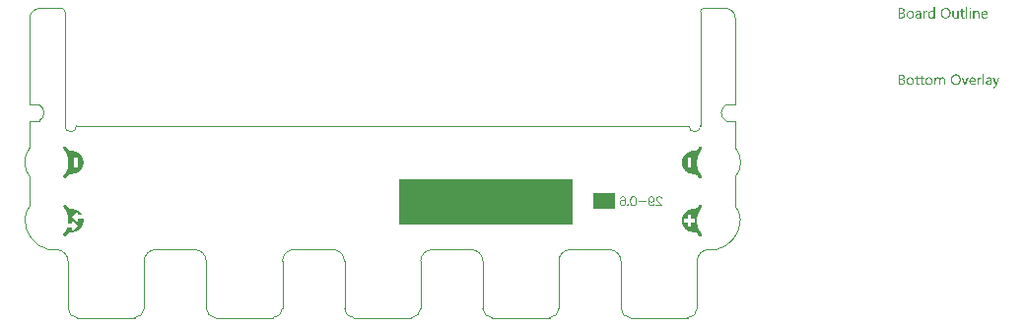
<source format=gbo>
G04*
G04 #@! TF.GenerationSoftware,Altium Limited,Altium Designer,21.9.2 (33)*
G04*
G04 Layer_Color=32896*
%FSAX25Y25*%
%MOIN*%
G70*
G04*
G04 #@! TF.SameCoordinates,2EB92662-9E55-42C7-936B-B314CFDC8511*
G04*
G04*
G04 #@! TF.FilePolarity,Positive*
G04*
G01*
G75*
%ADD11C,0.00300*%
%ADD12C,0.00394*%
%ADD68R,0.59093X0.15308*%
%ADD69R,0.07802X0.05167*%
G36*
X0073390Y0108274D02*
X0073414D01*
X0073470Y0108250D01*
X0073501Y0108231D01*
X0073532Y0108206D01*
X0073538Y0108200D01*
X0073545Y0108194D01*
X0073576Y0108157D01*
X0073600Y0108095D01*
X0073606Y0108058D01*
X0073613Y0108021D01*
Y0108015D01*
Y0108002D01*
X0073606Y0107984D01*
X0073600Y0107959D01*
X0073582Y0107897D01*
X0073557Y0107866D01*
X0073532Y0107835D01*
X0073526D01*
X0073520Y0107823D01*
X0073483Y0107798D01*
X0073427Y0107773D01*
X0073390Y0107767D01*
X0073353Y0107761D01*
X0073334D01*
X0073316Y0107767D01*
X0073291D01*
X0073229Y0107792D01*
X0073198Y0107804D01*
X0073167Y0107829D01*
Y0107835D01*
X0073154Y0107841D01*
X0073142Y0107860D01*
X0073130Y0107878D01*
X0073105Y0107940D01*
X0073099Y0107977D01*
X0073093Y0108021D01*
Y0108027D01*
Y0108039D01*
X0073099Y0108058D01*
X0073105Y0108089D01*
X0073124Y0108144D01*
X0073142Y0108176D01*
X0073167Y0108206D01*
X0073173Y0108213D01*
X0073179Y0108219D01*
X0073216Y0108244D01*
X0073278Y0108268D01*
X0073316Y0108281D01*
X0073371D01*
X0073390Y0108274D01*
D02*
G37*
G36*
X0061400Y0104610D02*
X0060997D01*
Y0105031D01*
X0060985D01*
Y0105025D01*
X0060973Y0105012D01*
X0060954Y0104988D01*
X0060935Y0104957D01*
X0060905Y0104920D01*
X0060867Y0104882D01*
X0060824Y0104839D01*
X0060774Y0104796D01*
X0060719Y0104746D01*
X0060651Y0104703D01*
X0060583Y0104666D01*
X0060502Y0104629D01*
X0060422Y0104598D01*
X0060329Y0104573D01*
X0060230Y0104560D01*
X0060125Y0104554D01*
X0060081D01*
X0060044Y0104560D01*
X0060007Y0104567D01*
X0059957Y0104573D01*
X0059852Y0104598D01*
X0059728Y0104635D01*
X0059605Y0104697D01*
X0059536Y0104734D01*
X0059481Y0104777D01*
X0059419Y0104833D01*
X0059363Y0104889D01*
Y0104895D01*
X0059351Y0104907D01*
X0059338Y0104926D01*
X0059320Y0104950D01*
X0059301Y0104981D01*
X0059277Y0105025D01*
X0059252Y0105074D01*
X0059227Y0105130D01*
X0059196Y0105192D01*
X0059171Y0105260D01*
X0059147Y0105334D01*
X0059128Y0105415D01*
X0059109Y0105501D01*
X0059097Y0105600D01*
X0059091Y0105700D01*
X0059085Y0105805D01*
Y0105811D01*
Y0105830D01*
Y0105867D01*
X0059091Y0105910D01*
X0059097Y0105959D01*
X0059103Y0106021D01*
X0059109Y0106089D01*
X0059122Y0106164D01*
X0059159Y0106325D01*
X0059215Y0106492D01*
X0059252Y0106572D01*
X0059295Y0106653D01*
X0059338Y0106727D01*
X0059394Y0106801D01*
X0059400Y0106807D01*
X0059407Y0106820D01*
X0059425Y0106838D01*
X0059450Y0106863D01*
X0059481Y0106888D01*
X0059524Y0106919D01*
X0059567Y0106956D01*
X0059617Y0106993D01*
X0059741Y0107061D01*
X0059883Y0107123D01*
X0059964Y0107142D01*
X0060050Y0107160D01*
X0060137Y0107173D01*
X0060236Y0107179D01*
X0060286D01*
X0060323Y0107173D01*
X0060360Y0107167D01*
X0060409Y0107160D01*
X0060521Y0107129D01*
X0060645Y0107080D01*
X0060706Y0107049D01*
X0060768Y0107006D01*
X0060830Y0106962D01*
X0060886Y0106906D01*
X0060935Y0106845D01*
X0060985Y0106770D01*
X0060997D01*
Y0108330D01*
X0061400D01*
Y0104610D01*
D02*
G37*
G36*
X0075668Y0107173D02*
X0075742Y0107167D01*
X0075835Y0107148D01*
X0075934Y0107117D01*
X0076039Y0107068D01*
X0076144Y0106999D01*
X0076188Y0106962D01*
X0076231Y0106913D01*
X0076243Y0106900D01*
X0076268Y0106863D01*
X0076299Y0106801D01*
X0076342Y0106715D01*
X0076380Y0106609D01*
X0076417Y0106479D01*
X0076441Y0106325D01*
X0076448Y0106145D01*
Y0104610D01*
X0076045D01*
Y0106040D01*
Y0106046D01*
Y0106077D01*
X0076039Y0106114D01*
Y0106164D01*
X0076027Y0106226D01*
X0076014Y0106294D01*
X0075996Y0106368D01*
X0075971Y0106442D01*
X0075940Y0106517D01*
X0075903Y0106585D01*
X0075853Y0106653D01*
X0075798Y0106715D01*
X0075736Y0106764D01*
X0075655Y0106801D01*
X0075569Y0106832D01*
X0075463Y0106838D01*
X0075451D01*
X0075414Y0106832D01*
X0075358Y0106826D01*
X0075290Y0106807D01*
X0075210Y0106783D01*
X0075123Y0106739D01*
X0075042Y0106684D01*
X0074962Y0106609D01*
X0074956Y0106597D01*
X0074931Y0106572D01*
X0074900Y0106523D01*
X0074863Y0106455D01*
X0074826Y0106374D01*
X0074795Y0106275D01*
X0074770Y0106164D01*
X0074764Y0106040D01*
Y0104610D01*
X0074362D01*
Y0107123D01*
X0074764D01*
Y0106702D01*
X0074776D01*
X0074783Y0106708D01*
X0074789Y0106721D01*
X0074807Y0106746D01*
X0074832Y0106776D01*
X0074857Y0106814D01*
X0074894Y0106851D01*
X0074937Y0106894D01*
X0074987Y0106944D01*
X0075042Y0106987D01*
X0075104Y0107030D01*
X0075173Y0107068D01*
X0075247Y0107105D01*
X0075321Y0107136D01*
X0075408Y0107160D01*
X0075501Y0107173D01*
X0075600Y0107179D01*
X0075637D01*
X0075668Y0107173D01*
D02*
G37*
G36*
X0058670Y0107160D02*
X0058744Y0107154D01*
X0058788Y0107142D01*
X0058819Y0107129D01*
Y0106715D01*
X0058812Y0106721D01*
X0058800Y0106727D01*
X0058775Y0106739D01*
X0058744Y0106758D01*
X0058701Y0106770D01*
X0058645Y0106783D01*
X0058583Y0106789D01*
X0058515Y0106795D01*
X0058503D01*
X0058472Y0106789D01*
X0058422Y0106783D01*
X0058367Y0106764D01*
X0058292Y0106733D01*
X0058224Y0106690D01*
X0058150Y0106628D01*
X0058082Y0106547D01*
X0058076Y0106535D01*
X0058057Y0106504D01*
X0058026Y0106448D01*
X0057995Y0106374D01*
X0057964Y0106281D01*
X0057933Y0106164D01*
X0057915Y0106034D01*
X0057909Y0105885D01*
Y0104610D01*
X0057506D01*
Y0107123D01*
X0057909D01*
Y0106603D01*
X0057921D01*
Y0106609D01*
X0057927Y0106616D01*
X0057939Y0106647D01*
X0057958Y0106696D01*
X0057989Y0106758D01*
X0058020Y0106820D01*
X0058069Y0106888D01*
X0058119Y0106956D01*
X0058181Y0107018D01*
X0058187Y0107024D01*
X0058212Y0107043D01*
X0058249Y0107068D01*
X0058298Y0107092D01*
X0058354Y0107117D01*
X0058422Y0107142D01*
X0058497Y0107160D01*
X0058577Y0107167D01*
X0058633D01*
X0058670Y0107160D01*
D02*
G37*
G36*
X0069410Y0104610D02*
X0069007D01*
Y0105006D01*
X0068995D01*
Y0105000D01*
X0068982Y0104988D01*
X0068970Y0104963D01*
X0068945Y0104938D01*
X0068890Y0104864D01*
X0068803Y0104783D01*
X0068753Y0104740D01*
X0068698Y0104697D01*
X0068636Y0104660D01*
X0068562Y0104622D01*
X0068487Y0104598D01*
X0068407Y0104573D01*
X0068314Y0104560D01*
X0068221Y0104554D01*
X0068184D01*
X0068141Y0104560D01*
X0068079Y0104573D01*
X0068011Y0104585D01*
X0067936Y0104610D01*
X0067856Y0104641D01*
X0067775Y0104691D01*
X0067689Y0104746D01*
X0067608Y0104814D01*
X0067534Y0104901D01*
X0067466Y0105006D01*
X0067404Y0105124D01*
X0067361Y0105266D01*
X0067336Y0105433D01*
X0067324Y0105520D01*
Y0105619D01*
Y0107123D01*
X0067720D01*
Y0105681D01*
Y0105675D01*
Y0105650D01*
X0067726Y0105607D01*
X0067732Y0105557D01*
X0067738Y0105495D01*
X0067751Y0105433D01*
X0067769Y0105359D01*
X0067794Y0105285D01*
X0067831Y0105210D01*
X0067868Y0105142D01*
X0067918Y0105074D01*
X0067980Y0105012D01*
X0068048Y0104963D01*
X0068128Y0104926D01*
X0068227Y0104895D01*
X0068332Y0104889D01*
X0068345D01*
X0068382Y0104895D01*
X0068438Y0104901D01*
X0068500Y0104913D01*
X0068580Y0104944D01*
X0068661Y0104981D01*
X0068741Y0105031D01*
X0068815Y0105105D01*
X0068822Y0105118D01*
X0068846Y0105142D01*
X0068877Y0105192D01*
X0068914Y0105260D01*
X0068945Y0105341D01*
X0068976Y0105439D01*
X0069001Y0105551D01*
X0069007Y0105675D01*
Y0107123D01*
X0069410D01*
Y0104610D01*
D02*
G37*
G36*
X0073545D02*
X0073142D01*
Y0107123D01*
X0073545D01*
Y0104610D01*
D02*
G37*
G36*
X0072325D02*
X0071923D01*
Y0108330D01*
X0072325D01*
Y0104610D01*
D02*
G37*
G36*
X0055946Y0107173D02*
X0056002Y0107167D01*
X0056070Y0107148D01*
X0056144Y0107129D01*
X0056225Y0107098D01*
X0056312Y0107061D01*
X0056392Y0107012D01*
X0056472Y0106950D01*
X0056547Y0106876D01*
X0056615Y0106783D01*
X0056671Y0106677D01*
X0056714Y0106554D01*
X0056739Y0106411D01*
X0056751Y0106244D01*
Y0104610D01*
X0056349D01*
Y0105000D01*
X0056336D01*
Y0104994D01*
X0056324Y0104981D01*
X0056312Y0104957D01*
X0056287Y0104932D01*
X0056225Y0104858D01*
X0056144Y0104777D01*
X0056033Y0104697D01*
X0055903Y0104622D01*
X0055822Y0104598D01*
X0055742Y0104573D01*
X0055655Y0104560D01*
X0055563Y0104554D01*
X0055525D01*
X0055501Y0104560D01*
X0055433Y0104567D01*
X0055352Y0104579D01*
X0055253Y0104604D01*
X0055160Y0104635D01*
X0055061Y0104684D01*
X0054975Y0104746D01*
X0054968Y0104759D01*
X0054944Y0104783D01*
X0054906Y0104827D01*
X0054869Y0104889D01*
X0054832Y0104963D01*
X0054795Y0105050D01*
X0054770Y0105155D01*
X0054764Y0105272D01*
Y0105279D01*
Y0105303D01*
X0054770Y0105341D01*
X0054776Y0105384D01*
X0054789Y0105439D01*
X0054807Y0105501D01*
X0054832Y0105570D01*
X0054869Y0105638D01*
X0054913Y0105712D01*
X0054968Y0105786D01*
X0055036Y0105854D01*
X0055117Y0105916D01*
X0055210Y0105978D01*
X0055321Y0106027D01*
X0055445Y0106065D01*
X0055594Y0106096D01*
X0056349Y0106201D01*
Y0106207D01*
Y0106226D01*
X0056343Y0106263D01*
Y0106300D01*
X0056330Y0106349D01*
X0056324Y0106405D01*
X0056287Y0106523D01*
X0056256Y0106579D01*
X0056225Y0106634D01*
X0056182Y0106690D01*
X0056132Y0106739D01*
X0056070Y0106783D01*
X0056002Y0106814D01*
X0055922Y0106832D01*
X0055829Y0106838D01*
X0055785D01*
X0055754Y0106832D01*
X0055711D01*
X0055668Y0106820D01*
X0055556Y0106801D01*
X0055433Y0106764D01*
X0055296Y0106708D01*
X0055222Y0106671D01*
X0055154Y0106634D01*
X0055080Y0106585D01*
X0055012Y0106529D01*
Y0106944D01*
X0055018D01*
X0055030Y0106956D01*
X0055049Y0106968D01*
X0055080Y0106981D01*
X0055111Y0106999D01*
X0055154Y0107018D01*
X0055203Y0107036D01*
X0055259Y0107061D01*
X0055383Y0107105D01*
X0055532Y0107142D01*
X0055693Y0107167D01*
X0055866Y0107179D01*
X0055903D01*
X0055946Y0107173D01*
D02*
G37*
G36*
X0050258Y0108120D02*
X0050301D01*
X0050344Y0108114D01*
X0050443Y0108101D01*
X0050561Y0108070D01*
X0050685Y0108033D01*
X0050802Y0107977D01*
X0050908Y0107903D01*
X0050914D01*
X0050920Y0107891D01*
X0050951Y0107866D01*
X0050994Y0107817D01*
X0051044Y0107748D01*
X0051087Y0107662D01*
X0051130Y0107563D01*
X0051161Y0107451D01*
X0051174Y0107389D01*
Y0107321D01*
Y0107315D01*
Y0107309D01*
Y0107272D01*
X0051168Y0107216D01*
X0051155Y0107148D01*
X0051137Y0107061D01*
X0051106Y0106975D01*
X0051069Y0106888D01*
X0051013Y0106801D01*
X0051007Y0106789D01*
X0050982Y0106764D01*
X0050945Y0106727D01*
X0050895Y0106677D01*
X0050833Y0106628D01*
X0050759Y0106572D01*
X0050666Y0106529D01*
X0050567Y0106486D01*
Y0106479D01*
X0050586D01*
X0050604Y0106473D01*
X0050623Y0106467D01*
X0050691Y0106455D01*
X0050771Y0106430D01*
X0050858Y0106393D01*
X0050951Y0106349D01*
X0051044Y0106288D01*
X0051130Y0106207D01*
X0051143Y0106195D01*
X0051168Y0106164D01*
X0051199Y0106120D01*
X0051242Y0106052D01*
X0051279Y0105966D01*
X0051316Y0105867D01*
X0051341Y0105749D01*
X0051347Y0105619D01*
Y0105613D01*
Y0105600D01*
Y0105576D01*
X0051341Y0105545D01*
X0051335Y0105508D01*
X0051329Y0105464D01*
X0051304Y0105359D01*
X0051267Y0105241D01*
X0051211Y0105118D01*
X0051174Y0105062D01*
X0051130Y0105000D01*
X0051075Y0104944D01*
X0051019Y0104889D01*
X0051013D01*
X0051007Y0104876D01*
X0050988Y0104864D01*
X0050963Y0104845D01*
X0050932Y0104827D01*
X0050889Y0104802D01*
X0050796Y0104752D01*
X0050679Y0104697D01*
X0050542Y0104653D01*
X0050381Y0104622D01*
X0050301Y0104616D01*
X0050208Y0104610D01*
X0049181D01*
Y0108126D01*
X0050227D01*
X0050258Y0108120D01*
D02*
G37*
G36*
X0070753Y0107123D02*
X0071390D01*
Y0106776D01*
X0070753D01*
Y0105359D01*
Y0105347D01*
Y0105316D01*
X0070759Y0105272D01*
X0070765Y0105217D01*
X0070790Y0105099D01*
X0070809Y0105043D01*
X0070840Y0105000D01*
X0070846Y0104994D01*
X0070858Y0104981D01*
X0070877Y0104969D01*
X0070908Y0104950D01*
X0070945Y0104926D01*
X0070994Y0104913D01*
X0071056Y0104901D01*
X0071124Y0104895D01*
X0071149D01*
X0071180Y0104901D01*
X0071217Y0104907D01*
X0071304Y0104932D01*
X0071347Y0104950D01*
X0071390Y0104975D01*
Y0104629D01*
X0071384D01*
X0071366Y0104616D01*
X0071335Y0104610D01*
X0071291Y0104598D01*
X0071236Y0104585D01*
X0071174Y0104573D01*
X0071100Y0104567D01*
X0071013Y0104560D01*
X0070982D01*
X0070951Y0104567D01*
X0070908Y0104573D01*
X0070858Y0104585D01*
X0070802Y0104598D01*
X0070747Y0104622D01*
X0070685Y0104653D01*
X0070623Y0104691D01*
X0070561Y0104740D01*
X0070505Y0104796D01*
X0070456Y0104870D01*
X0070412Y0104950D01*
X0070381Y0105050D01*
X0070357Y0105161D01*
X0070350Y0105291D01*
Y0106776D01*
X0069923D01*
Y0107123D01*
X0070350D01*
Y0107736D01*
X0070753Y0107866D01*
Y0107123D01*
D02*
G37*
G36*
X0078280Y0107173D02*
X0078323Y0107167D01*
X0078367Y0107160D01*
X0078478Y0107142D01*
X0078602Y0107098D01*
X0078725Y0107043D01*
X0078787Y0107006D01*
X0078849Y0106962D01*
X0078905Y0106913D01*
X0078961Y0106857D01*
X0078967Y0106851D01*
X0078973Y0106845D01*
X0078986Y0106826D01*
X0079004Y0106801D01*
X0079023Y0106764D01*
X0079047Y0106727D01*
X0079072Y0106684D01*
X0079097Y0106628D01*
X0079122Y0106566D01*
X0079146Y0106504D01*
X0079171Y0106430D01*
X0079190Y0106349D01*
X0079208Y0106263D01*
X0079221Y0106176D01*
X0079233Y0106077D01*
Y0105972D01*
Y0105761D01*
X0077457D01*
Y0105755D01*
Y0105743D01*
Y0105724D01*
X0077463Y0105693D01*
X0077469Y0105656D01*
Y0105619D01*
X0077487Y0105520D01*
X0077518Y0105421D01*
X0077556Y0105309D01*
X0077611Y0105204D01*
X0077679Y0105111D01*
X0077692Y0105099D01*
X0077717Y0105074D01*
X0077766Y0105043D01*
X0077834Y0105000D01*
X0077921Y0104957D01*
X0078020Y0104926D01*
X0078137Y0104901D01*
X0078274Y0104889D01*
X0078317D01*
X0078348Y0104895D01*
X0078385D01*
X0078428Y0104901D01*
X0078534Y0104926D01*
X0078651Y0104957D01*
X0078781Y0105006D01*
X0078917Y0105074D01*
X0078986Y0105118D01*
X0079054Y0105167D01*
Y0104790D01*
X0079047D01*
X0079041Y0104777D01*
X0079023Y0104771D01*
X0078992Y0104752D01*
X0078961Y0104734D01*
X0078924Y0104715D01*
X0078874Y0104697D01*
X0078825Y0104672D01*
X0078763Y0104647D01*
X0078695Y0104629D01*
X0078546Y0104592D01*
X0078373Y0104567D01*
X0078181Y0104554D01*
X0078131D01*
X0078094Y0104560D01*
X0078051Y0104567D01*
X0077995Y0104573D01*
X0077877Y0104598D01*
X0077741Y0104635D01*
X0077605Y0104697D01*
X0077537Y0104740D01*
X0077469Y0104783D01*
X0077407Y0104833D01*
X0077345Y0104895D01*
X0077339Y0104901D01*
X0077333Y0104913D01*
X0077320Y0104932D01*
X0077296Y0104957D01*
X0077277Y0104994D01*
X0077252Y0105037D01*
X0077221Y0105087D01*
X0077197Y0105142D01*
X0077166Y0105204D01*
X0077141Y0105279D01*
X0077110Y0105359D01*
X0077091Y0105446D01*
X0077073Y0105538D01*
X0077054Y0105638D01*
X0077048Y0105743D01*
X0077042Y0105854D01*
Y0105860D01*
Y0105879D01*
Y0105910D01*
X0077048Y0105953D01*
X0077054Y0106003D01*
X0077060Y0106059D01*
X0077067Y0106127D01*
X0077085Y0106195D01*
X0077122Y0106343D01*
X0077178Y0106504D01*
X0077215Y0106585D01*
X0077265Y0106659D01*
X0077314Y0106739D01*
X0077370Y0106807D01*
X0077376Y0106814D01*
X0077389Y0106826D01*
X0077407Y0106845D01*
X0077432Y0106863D01*
X0077463Y0106894D01*
X0077500Y0106925D01*
X0077549Y0106956D01*
X0077599Y0106993D01*
X0077717Y0107061D01*
X0077859Y0107123D01*
X0077939Y0107142D01*
X0078020Y0107160D01*
X0078106Y0107173D01*
X0078199Y0107179D01*
X0078249D01*
X0078280Y0107173D01*
D02*
G37*
G36*
X0065237Y0108182D02*
X0065299Y0108176D01*
X0065374Y0108163D01*
X0065454Y0108144D01*
X0065541Y0108126D01*
X0065627Y0108101D01*
X0065727Y0108070D01*
X0065819Y0108027D01*
X0065918Y0107977D01*
X0066018Y0107922D01*
X0066110Y0107854D01*
X0066203Y0107779D01*
X0066290Y0107693D01*
X0066296Y0107686D01*
X0066308Y0107668D01*
X0066333Y0107643D01*
X0066358Y0107606D01*
X0066395Y0107556D01*
X0066432Y0107495D01*
X0066469Y0107427D01*
X0066513Y0107352D01*
X0066556Y0107259D01*
X0066593Y0107167D01*
X0066630Y0107061D01*
X0066667Y0106944D01*
X0066692Y0106826D01*
X0066717Y0106696D01*
X0066729Y0106554D01*
X0066736Y0106411D01*
Y0106399D01*
Y0106374D01*
Y0106331D01*
X0066729Y0106269D01*
X0066723Y0106195D01*
X0066711Y0106114D01*
X0066698Y0106021D01*
X0066680Y0105916D01*
X0066655Y0105811D01*
X0066624Y0105700D01*
X0066587Y0105588D01*
X0066544Y0105477D01*
X0066488Y0105359D01*
X0066426Y0105254D01*
X0066358Y0105149D01*
X0066277Y0105050D01*
X0066271Y0105043D01*
X0066259Y0105031D01*
X0066228Y0105006D01*
X0066197Y0104975D01*
X0066148Y0104932D01*
X0066092Y0104895D01*
X0066030Y0104845D01*
X0065956Y0104802D01*
X0065875Y0104759D01*
X0065782Y0104709D01*
X0065683Y0104672D01*
X0065572Y0104635D01*
X0065454Y0104598D01*
X0065330Y0104573D01*
X0065200Y0104560D01*
X0065058Y0104554D01*
X0065027D01*
X0064984Y0104560D01*
X0064934D01*
X0064872Y0104567D01*
X0064798Y0104579D01*
X0064718Y0104598D01*
X0064625Y0104616D01*
X0064532Y0104641D01*
X0064433Y0104672D01*
X0064334Y0104715D01*
X0064235Y0104759D01*
X0064136Y0104814D01*
X0064037Y0104882D01*
X0063944Y0104957D01*
X0063857Y0105043D01*
X0063851Y0105050D01*
X0063839Y0105068D01*
X0063814Y0105093D01*
X0063789Y0105130D01*
X0063752Y0105180D01*
X0063715Y0105241D01*
X0063678Y0105309D01*
X0063634Y0105390D01*
X0063591Y0105477D01*
X0063554Y0105570D01*
X0063517Y0105675D01*
X0063480Y0105792D01*
X0063455Y0105910D01*
X0063430Y0106040D01*
X0063418Y0106182D01*
X0063411Y0106325D01*
Y0106337D01*
Y0106362D01*
X0063418Y0106405D01*
Y0106467D01*
X0063424Y0106535D01*
X0063436Y0106622D01*
X0063449Y0106715D01*
X0063467Y0106814D01*
X0063492Y0106919D01*
X0063523Y0107030D01*
X0063560Y0107142D01*
X0063603Y0107253D01*
X0063659Y0107365D01*
X0063721Y0107476D01*
X0063789Y0107581D01*
X0063870Y0107680D01*
X0063876Y0107686D01*
X0063888Y0107705D01*
X0063919Y0107730D01*
X0063956Y0107761D01*
X0063999Y0107798D01*
X0064055Y0107841D01*
X0064123Y0107885D01*
X0064198Y0107934D01*
X0064284Y0107984D01*
X0064377Y0108027D01*
X0064476Y0108070D01*
X0064588Y0108107D01*
X0064711Y0108138D01*
X0064841Y0108169D01*
X0064978Y0108182D01*
X0065120Y0108188D01*
X0065188D01*
X0065237Y0108182D01*
D02*
G37*
G36*
X0053210Y0107173D02*
X0053254Y0107167D01*
X0053309Y0107160D01*
X0053433Y0107136D01*
X0053576Y0107092D01*
X0053718Y0107030D01*
X0053792Y0106993D01*
X0053860Y0106950D01*
X0053928Y0106894D01*
X0053990Y0106832D01*
X0053996Y0106826D01*
X0054003Y0106814D01*
X0054021Y0106795D01*
X0054040Y0106770D01*
X0054065Y0106733D01*
X0054089Y0106690D01*
X0054120Y0106640D01*
X0054151Y0106585D01*
X0054176Y0106517D01*
X0054207Y0106448D01*
X0054232Y0106368D01*
X0054256Y0106281D01*
X0054275Y0106188D01*
X0054294Y0106089D01*
X0054300Y0105984D01*
X0054306Y0105873D01*
Y0105867D01*
Y0105848D01*
Y0105817D01*
X0054300Y0105774D01*
X0054294Y0105724D01*
X0054287Y0105662D01*
X0054275Y0105600D01*
X0054263Y0105526D01*
X0054225Y0105378D01*
X0054164Y0105217D01*
X0054127Y0105136D01*
X0054077Y0105056D01*
X0054027Y0104981D01*
X0053966Y0104913D01*
X0053959Y0104907D01*
X0053947Y0104901D01*
X0053928Y0104882D01*
X0053904Y0104858D01*
X0053866Y0104833D01*
X0053829Y0104802D01*
X0053780Y0104765D01*
X0053724Y0104734D01*
X0053662Y0104703D01*
X0053594Y0104666D01*
X0053520Y0104635D01*
X0053439Y0104610D01*
X0053353Y0104585D01*
X0053260Y0104573D01*
X0053161Y0104560D01*
X0053056Y0104554D01*
X0053000D01*
X0052963Y0104560D01*
X0052919Y0104567D01*
X0052864Y0104573D01*
X0052802Y0104585D01*
X0052734Y0104598D01*
X0052591Y0104641D01*
X0052443Y0104703D01*
X0052368Y0104740D01*
X0052300Y0104790D01*
X0052232Y0104839D01*
X0052164Y0104901D01*
X0052158Y0104907D01*
X0052152Y0104920D01*
X0052133Y0104938D01*
X0052115Y0104963D01*
X0052090Y0105000D01*
X0052059Y0105043D01*
X0052028Y0105093D01*
X0052003Y0105149D01*
X0051972Y0105217D01*
X0051941Y0105285D01*
X0051911Y0105359D01*
X0051886Y0105446D01*
X0051849Y0105631D01*
X0051842Y0105730D01*
X0051836Y0105836D01*
Y0105842D01*
Y0105867D01*
Y0105898D01*
X0051842Y0105941D01*
X0051849Y0105990D01*
X0051855Y0106052D01*
X0051867Y0106120D01*
X0051880Y0106195D01*
X0051917Y0106356D01*
X0051978Y0106517D01*
X0052022Y0106597D01*
X0052065Y0106677D01*
X0052115Y0106752D01*
X0052177Y0106820D01*
X0052183Y0106826D01*
X0052195Y0106838D01*
X0052214Y0106851D01*
X0052239Y0106876D01*
X0052276Y0106900D01*
X0052319Y0106931D01*
X0052368Y0106968D01*
X0052424Y0106999D01*
X0052486Y0107030D01*
X0052560Y0107068D01*
X0052635Y0107098D01*
X0052721Y0107123D01*
X0052808Y0107148D01*
X0052907Y0107167D01*
X0053012Y0107173D01*
X0053118Y0107179D01*
X0053173D01*
X0053210Y0107173D01*
D02*
G37*
G36*
X0064117Y0084677D02*
X0064173Y0084665D01*
X0064235Y0084653D01*
X0064303Y0084628D01*
X0064383Y0084597D01*
X0064458Y0084553D01*
X0064538Y0084504D01*
X0064612Y0084436D01*
X0064680Y0084349D01*
X0064742Y0084250D01*
X0064798Y0084139D01*
X0064835Y0083996D01*
X0064866Y0083842D01*
X0064872Y0083662D01*
Y0082115D01*
X0064470D01*
Y0083557D01*
Y0083563D01*
Y0083575D01*
Y0083594D01*
Y0083625D01*
X0064464Y0083699D01*
X0064451Y0083786D01*
X0064439Y0083885D01*
X0064414Y0083984D01*
X0064383Y0084077D01*
X0064340Y0084157D01*
X0064334Y0084163D01*
X0064315Y0084188D01*
X0064284Y0084219D01*
X0064235Y0084250D01*
X0064179Y0084287D01*
X0064105Y0084312D01*
X0064012Y0084337D01*
X0063907Y0084343D01*
X0063894D01*
X0063863Y0084337D01*
X0063814Y0084331D01*
X0063752Y0084312D01*
X0063684Y0084287D01*
X0063610Y0084244D01*
X0063535Y0084188D01*
X0063467Y0084108D01*
X0063461Y0084095D01*
X0063442Y0084064D01*
X0063411Y0084015D01*
X0063380Y0083947D01*
X0063343Y0083866D01*
X0063319Y0083773D01*
X0063294Y0083662D01*
X0063288Y0083544D01*
Y0082115D01*
X0062885D01*
Y0083606D01*
Y0083613D01*
Y0083637D01*
X0062879Y0083675D01*
Y0083724D01*
X0062867Y0083780D01*
X0062854Y0083842D01*
X0062836Y0083903D01*
X0062817Y0083978D01*
X0062786Y0084046D01*
X0062749Y0084108D01*
X0062700Y0084170D01*
X0062644Y0084225D01*
X0062582Y0084275D01*
X0062502Y0084312D01*
X0062415Y0084337D01*
X0062316Y0084343D01*
X0062304D01*
X0062273Y0084337D01*
X0062223Y0084331D01*
X0062161Y0084318D01*
X0062093Y0084287D01*
X0062019Y0084250D01*
X0061944Y0084194D01*
X0061876Y0084120D01*
X0061870Y0084108D01*
X0061852Y0084083D01*
X0061821Y0084034D01*
X0061790Y0083965D01*
X0061759Y0083885D01*
X0061728Y0083786D01*
X0061709Y0083675D01*
X0061703Y0083544D01*
Y0082115D01*
X0061301D01*
Y0084628D01*
X0061703D01*
Y0084225D01*
X0061715D01*
X0061722Y0084232D01*
X0061728Y0084244D01*
X0061746Y0084269D01*
X0061765Y0084300D01*
X0061827Y0084368D01*
X0061914Y0084454D01*
X0062025Y0084541D01*
X0062155Y0084609D01*
X0062235Y0084640D01*
X0062316Y0084665D01*
X0062402Y0084677D01*
X0062495Y0084683D01*
X0062539D01*
X0062588Y0084677D01*
X0062650Y0084665D01*
X0062718Y0084646D01*
X0062792Y0084622D01*
X0062867Y0084591D01*
X0062941Y0084541D01*
X0062947Y0084535D01*
X0062972Y0084516D01*
X0063003Y0084485D01*
X0063046Y0084442D01*
X0063090Y0084386D01*
X0063133Y0084324D01*
X0063176Y0084250D01*
X0063207Y0084163D01*
X0063213Y0084170D01*
X0063220Y0084188D01*
X0063238Y0084213D01*
X0063257Y0084244D01*
X0063288Y0084287D01*
X0063325Y0084331D01*
X0063368Y0084374D01*
X0063418Y0084423D01*
X0063473Y0084473D01*
X0063535Y0084516D01*
X0063603Y0084566D01*
X0063678Y0084603D01*
X0063758Y0084634D01*
X0063845Y0084659D01*
X0063944Y0084677D01*
X0064043Y0084683D01*
X0064080D01*
X0064117Y0084677D01*
D02*
G37*
G36*
X0076992Y0084665D02*
X0077067Y0084659D01*
X0077110Y0084646D01*
X0077141Y0084634D01*
Y0084219D01*
X0077135Y0084225D01*
X0077122Y0084232D01*
X0077098Y0084244D01*
X0077067Y0084263D01*
X0077023Y0084275D01*
X0076968Y0084287D01*
X0076906Y0084293D01*
X0076838Y0084300D01*
X0076825D01*
X0076794Y0084293D01*
X0076745Y0084287D01*
X0076689Y0084269D01*
X0076615Y0084238D01*
X0076547Y0084194D01*
X0076472Y0084132D01*
X0076404Y0084052D01*
X0076398Y0084040D01*
X0076380Y0084009D01*
X0076349Y0083953D01*
X0076318Y0083879D01*
X0076287Y0083786D01*
X0076256Y0083668D01*
X0076237Y0083538D01*
X0076231Y0083390D01*
Y0082115D01*
X0075829D01*
Y0084628D01*
X0076231D01*
Y0084108D01*
X0076243D01*
Y0084114D01*
X0076249Y0084120D01*
X0076262Y0084151D01*
X0076280Y0084201D01*
X0076311Y0084263D01*
X0076342Y0084324D01*
X0076392Y0084392D01*
X0076441Y0084461D01*
X0076503Y0084522D01*
X0076509Y0084529D01*
X0076534Y0084547D01*
X0076571Y0084572D01*
X0076621Y0084597D01*
X0076677Y0084622D01*
X0076745Y0084646D01*
X0076819Y0084665D01*
X0076899Y0084671D01*
X0076955D01*
X0076992Y0084665D01*
D02*
G37*
G36*
X0082198Y0081712D02*
X0082192Y0081706D01*
X0082186Y0081681D01*
X0082167Y0081638D01*
X0082142Y0081588D01*
X0082112Y0081533D01*
X0082068Y0081465D01*
X0082025Y0081397D01*
X0081975Y0081322D01*
X0081913Y0081248D01*
X0081852Y0081180D01*
X0081777Y0081112D01*
X0081697Y0081056D01*
X0081616Y0081007D01*
X0081523Y0080963D01*
X0081431Y0080939D01*
X0081325Y0080932D01*
X0081270D01*
X0081233Y0080939D01*
X0081152Y0080951D01*
X0081065Y0080969D01*
Y0081328D01*
X0081072D01*
X0081090Y0081322D01*
X0081115Y0081316D01*
X0081146Y0081310D01*
X0081220Y0081291D01*
X0081301Y0081285D01*
X0081313D01*
X0081350Y0081291D01*
X0081406Y0081304D01*
X0081474Y0081328D01*
X0081548Y0081372D01*
X0081585Y0081403D01*
X0081622Y0081440D01*
X0081660Y0081477D01*
X0081697Y0081526D01*
X0081728Y0081582D01*
X0081759Y0081644D01*
X0081963Y0082115D01*
X0080979Y0084628D01*
X0081424D01*
X0082105Y0082690D01*
Y0082684D01*
X0082112Y0082672D01*
X0082118Y0082653D01*
X0082124Y0082628D01*
X0082130Y0082591D01*
X0082142Y0082554D01*
X0082155Y0082498D01*
X0082173D01*
Y0082511D01*
X0082186Y0082548D01*
X0082198Y0082604D01*
X0082223Y0082684D01*
X0082935Y0084628D01*
X0083350D01*
X0082198Y0081712D01*
D02*
G37*
G36*
X0071768Y0082115D02*
X0071372D01*
X0070419Y0084628D01*
X0070858D01*
X0071502Y0082802D01*
X0071508Y0082796D01*
X0071514Y0082771D01*
X0071527Y0082727D01*
X0071539Y0082684D01*
X0071551Y0082628D01*
X0071570Y0082566D01*
X0071588Y0082449D01*
X0071595D01*
Y0082455D01*
X0071601Y0082480D01*
X0071607Y0082517D01*
X0071613Y0082560D01*
X0071626Y0082616D01*
X0071638Y0082672D01*
X0071675Y0082789D01*
X0072344Y0084628D01*
X0072765D01*
X0071768Y0082115D01*
D02*
G37*
G36*
X0079790Y0084677D02*
X0079846Y0084671D01*
X0079914Y0084653D01*
X0079988Y0084634D01*
X0080069Y0084603D01*
X0080155Y0084566D01*
X0080236Y0084516D01*
X0080316Y0084454D01*
X0080391Y0084380D01*
X0080459Y0084287D01*
X0080514Y0084182D01*
X0080558Y0084058D01*
X0080582Y0083916D01*
X0080595Y0083749D01*
Y0082115D01*
X0080193D01*
Y0082504D01*
X0080180D01*
Y0082498D01*
X0080168Y0082486D01*
X0080155Y0082461D01*
X0080131Y0082437D01*
X0080069Y0082362D01*
X0079988Y0082282D01*
X0079877Y0082201D01*
X0079747Y0082127D01*
X0079666Y0082102D01*
X0079586Y0082077D01*
X0079499Y0082065D01*
X0079406Y0082059D01*
X0079369D01*
X0079344Y0082065D01*
X0079276Y0082071D01*
X0079196Y0082084D01*
X0079097Y0082108D01*
X0079004Y0082139D01*
X0078905Y0082189D01*
X0078818Y0082251D01*
X0078812Y0082263D01*
X0078787Y0082288D01*
X0078750Y0082331D01*
X0078713Y0082393D01*
X0078676Y0082467D01*
X0078639Y0082554D01*
X0078614Y0082659D01*
X0078608Y0082777D01*
Y0082783D01*
Y0082808D01*
X0078614Y0082845D01*
X0078620Y0082888D01*
X0078633Y0082944D01*
X0078651Y0083006D01*
X0078676Y0083074D01*
X0078713Y0083142D01*
X0078756Y0083216D01*
X0078812Y0083291D01*
X0078880Y0083359D01*
X0078961Y0083421D01*
X0079054Y0083483D01*
X0079165Y0083532D01*
X0079289Y0083569D01*
X0079437Y0083600D01*
X0080193Y0083705D01*
Y0083712D01*
Y0083730D01*
X0080186Y0083767D01*
Y0083804D01*
X0080174Y0083854D01*
X0080168Y0083910D01*
X0080131Y0084027D01*
X0080100Y0084083D01*
X0080069Y0084139D01*
X0080025Y0084194D01*
X0079976Y0084244D01*
X0079914Y0084287D01*
X0079846Y0084318D01*
X0079765Y0084337D01*
X0079673Y0084343D01*
X0079629D01*
X0079598Y0084337D01*
X0079555D01*
X0079512Y0084324D01*
X0079400Y0084306D01*
X0079276Y0084269D01*
X0079140Y0084213D01*
X0079066Y0084176D01*
X0078998Y0084139D01*
X0078924Y0084089D01*
X0078856Y0084034D01*
Y0084448D01*
X0078862D01*
X0078874Y0084461D01*
X0078893Y0084473D01*
X0078924Y0084485D01*
X0078955Y0084504D01*
X0078998Y0084522D01*
X0079047Y0084541D01*
X0079103Y0084566D01*
X0079227Y0084609D01*
X0079375Y0084646D01*
X0079536Y0084671D01*
X0079710Y0084683D01*
X0079747D01*
X0079790Y0084677D01*
D02*
G37*
G36*
X0077977Y0082115D02*
X0077574D01*
Y0085835D01*
X0077977D01*
Y0082115D01*
D02*
G37*
G36*
X0050258Y0085624D02*
X0050301D01*
X0050344Y0085618D01*
X0050443Y0085606D01*
X0050561Y0085575D01*
X0050685Y0085538D01*
X0050802Y0085482D01*
X0050908Y0085408D01*
X0050914D01*
X0050920Y0085395D01*
X0050951Y0085370D01*
X0050994Y0085321D01*
X0051044Y0085253D01*
X0051087Y0085166D01*
X0051130Y0085067D01*
X0051161Y0084956D01*
X0051174Y0084894D01*
Y0084826D01*
Y0084820D01*
Y0084813D01*
Y0084776D01*
X0051168Y0084721D01*
X0051155Y0084653D01*
X0051137Y0084566D01*
X0051106Y0084479D01*
X0051069Y0084392D01*
X0051013Y0084306D01*
X0051007Y0084293D01*
X0050982Y0084269D01*
X0050945Y0084232D01*
X0050895Y0084182D01*
X0050833Y0084132D01*
X0050759Y0084077D01*
X0050666Y0084034D01*
X0050567Y0083990D01*
Y0083984D01*
X0050586D01*
X0050604Y0083978D01*
X0050623Y0083972D01*
X0050691Y0083959D01*
X0050771Y0083934D01*
X0050858Y0083897D01*
X0050951Y0083854D01*
X0051044Y0083792D01*
X0051130Y0083712D01*
X0051143Y0083699D01*
X0051168Y0083668D01*
X0051199Y0083625D01*
X0051242Y0083557D01*
X0051279Y0083470D01*
X0051316Y0083371D01*
X0051341Y0083254D01*
X0051347Y0083123D01*
Y0083117D01*
Y0083105D01*
Y0083080D01*
X0051341Y0083049D01*
X0051335Y0083012D01*
X0051329Y0082969D01*
X0051304Y0082864D01*
X0051267Y0082746D01*
X0051211Y0082622D01*
X0051174Y0082566D01*
X0051130Y0082504D01*
X0051075Y0082449D01*
X0051019Y0082393D01*
X0051013D01*
X0051007Y0082381D01*
X0050988Y0082368D01*
X0050963Y0082350D01*
X0050932Y0082331D01*
X0050889Y0082306D01*
X0050796Y0082257D01*
X0050679Y0082201D01*
X0050542Y0082158D01*
X0050381Y0082127D01*
X0050301Y0082121D01*
X0050208Y0082115D01*
X0049181D01*
Y0085631D01*
X0050227D01*
X0050258Y0085624D01*
D02*
G37*
G36*
X0057184Y0084628D02*
X0057822D01*
Y0084281D01*
X0057184D01*
Y0082864D01*
Y0082851D01*
Y0082820D01*
X0057191Y0082777D01*
X0057197Y0082721D01*
X0057222Y0082604D01*
X0057240Y0082548D01*
X0057271Y0082504D01*
X0057277Y0082498D01*
X0057290Y0082486D01*
X0057308Y0082474D01*
X0057339Y0082455D01*
X0057376Y0082430D01*
X0057426Y0082418D01*
X0057488Y0082406D01*
X0057556Y0082399D01*
X0057581D01*
X0057612Y0082406D01*
X0057649Y0082412D01*
X0057735Y0082437D01*
X0057779Y0082455D01*
X0057822Y0082480D01*
Y0082133D01*
X0057816D01*
X0057797Y0082121D01*
X0057766Y0082115D01*
X0057723Y0082102D01*
X0057667Y0082090D01*
X0057605Y0082077D01*
X0057531Y0082071D01*
X0057444Y0082065D01*
X0057413D01*
X0057382Y0082071D01*
X0057339Y0082077D01*
X0057290Y0082090D01*
X0057234Y0082102D01*
X0057178Y0082127D01*
X0057116Y0082158D01*
X0057054Y0082195D01*
X0056992Y0082245D01*
X0056937Y0082300D01*
X0056887Y0082375D01*
X0056844Y0082455D01*
X0056813Y0082554D01*
X0056788Y0082665D01*
X0056782Y0082796D01*
Y0084281D01*
X0056355D01*
Y0084628D01*
X0056782D01*
Y0085241D01*
X0057184Y0085370D01*
Y0084628D01*
D02*
G37*
G36*
X0055482D02*
X0056120D01*
Y0084281D01*
X0055482D01*
Y0082864D01*
Y0082851D01*
Y0082820D01*
X0055488Y0082777D01*
X0055494Y0082721D01*
X0055519Y0082604D01*
X0055538Y0082548D01*
X0055569Y0082504D01*
X0055575Y0082498D01*
X0055587Y0082486D01*
X0055606Y0082474D01*
X0055637Y0082455D01*
X0055674Y0082430D01*
X0055724Y0082418D01*
X0055785Y0082406D01*
X0055853Y0082399D01*
X0055878D01*
X0055909Y0082406D01*
X0055946Y0082412D01*
X0056033Y0082437D01*
X0056076Y0082455D01*
X0056120Y0082480D01*
Y0082133D01*
X0056113D01*
X0056095Y0082121D01*
X0056064Y0082115D01*
X0056021Y0082102D01*
X0055965Y0082090D01*
X0055903Y0082077D01*
X0055829Y0082071D01*
X0055742Y0082065D01*
X0055711D01*
X0055680Y0082071D01*
X0055637Y0082077D01*
X0055587Y0082090D01*
X0055532Y0082102D01*
X0055476Y0082127D01*
X0055414Y0082158D01*
X0055352Y0082195D01*
X0055290Y0082245D01*
X0055234Y0082300D01*
X0055185Y0082375D01*
X0055142Y0082455D01*
X0055111Y0082554D01*
X0055086Y0082665D01*
X0055080Y0082796D01*
Y0084281D01*
X0054653D01*
Y0084628D01*
X0055080D01*
Y0085241D01*
X0055482Y0085370D01*
Y0084628D01*
D02*
G37*
G36*
X0074269Y0084677D02*
X0074312Y0084671D01*
X0074355Y0084665D01*
X0074467Y0084646D01*
X0074591Y0084603D01*
X0074714Y0084547D01*
X0074776Y0084510D01*
X0074838Y0084467D01*
X0074894Y0084417D01*
X0074950Y0084361D01*
X0074956Y0084355D01*
X0074962Y0084349D01*
X0074974Y0084331D01*
X0074993Y0084306D01*
X0075011Y0084269D01*
X0075036Y0084232D01*
X0075061Y0084188D01*
X0075086Y0084132D01*
X0075111Y0084071D01*
X0075135Y0084009D01*
X0075160Y0083934D01*
X0075179Y0083854D01*
X0075197Y0083767D01*
X0075210Y0083681D01*
X0075222Y0083582D01*
Y0083476D01*
Y0083266D01*
X0073445D01*
Y0083260D01*
Y0083247D01*
Y0083229D01*
X0073452Y0083198D01*
X0073458Y0083161D01*
Y0083123D01*
X0073476Y0083025D01*
X0073507Y0082925D01*
X0073545Y0082814D01*
X0073600Y0082709D01*
X0073668Y0082616D01*
X0073681Y0082604D01*
X0073705Y0082579D01*
X0073755Y0082548D01*
X0073823Y0082504D01*
X0073910Y0082461D01*
X0074009Y0082430D01*
X0074126Y0082406D01*
X0074262Y0082393D01*
X0074306D01*
X0074337Y0082399D01*
X0074374D01*
X0074417Y0082406D01*
X0074523Y0082430D01*
X0074640Y0082461D01*
X0074770Y0082511D01*
X0074906Y0082579D01*
X0074974Y0082622D01*
X0075042Y0082672D01*
Y0082294D01*
X0075036D01*
X0075030Y0082282D01*
X0075011Y0082275D01*
X0074981Y0082257D01*
X0074950Y0082238D01*
X0074913Y0082220D01*
X0074863Y0082201D01*
X0074813Y0082177D01*
X0074752Y0082152D01*
X0074683Y0082133D01*
X0074535Y0082096D01*
X0074362Y0082071D01*
X0074170Y0082059D01*
X0074120D01*
X0074083Y0082065D01*
X0074040Y0082071D01*
X0073984Y0082077D01*
X0073866Y0082102D01*
X0073730Y0082139D01*
X0073594Y0082201D01*
X0073526Y0082245D01*
X0073458Y0082288D01*
X0073396Y0082337D01*
X0073334Y0082399D01*
X0073328Y0082406D01*
X0073322Y0082418D01*
X0073309Y0082437D01*
X0073285Y0082461D01*
X0073266Y0082498D01*
X0073241Y0082542D01*
X0073210Y0082591D01*
X0073185Y0082647D01*
X0073154Y0082709D01*
X0073130Y0082783D01*
X0073099Y0082864D01*
X0073080Y0082950D01*
X0073062Y0083043D01*
X0073043Y0083142D01*
X0073037Y0083247D01*
X0073031Y0083359D01*
Y0083365D01*
Y0083384D01*
Y0083415D01*
X0073037Y0083458D01*
X0073043Y0083507D01*
X0073049Y0083563D01*
X0073055Y0083631D01*
X0073074Y0083699D01*
X0073111Y0083848D01*
X0073167Y0084009D01*
X0073204Y0084089D01*
X0073254Y0084163D01*
X0073303Y0084244D01*
X0073359Y0084312D01*
X0073365Y0084318D01*
X0073377Y0084331D01*
X0073396Y0084349D01*
X0073421Y0084368D01*
X0073452Y0084399D01*
X0073489Y0084430D01*
X0073538Y0084461D01*
X0073588Y0084498D01*
X0073705Y0084566D01*
X0073848Y0084628D01*
X0073928Y0084646D01*
X0074009Y0084665D01*
X0074095Y0084677D01*
X0074188Y0084683D01*
X0074238D01*
X0074269Y0084677D01*
D02*
G37*
G36*
X0068654Y0085686D02*
X0068716Y0085680D01*
X0068791Y0085668D01*
X0068871Y0085649D01*
X0068958Y0085631D01*
X0069044Y0085606D01*
X0069143Y0085575D01*
X0069236Y0085531D01*
X0069335Y0085482D01*
X0069434Y0085426D01*
X0069527Y0085358D01*
X0069620Y0085284D01*
X0069707Y0085197D01*
X0069713Y0085191D01*
X0069725Y0085172D01*
X0069750Y0085148D01*
X0069775Y0085110D01*
X0069812Y0085061D01*
X0069849Y0084999D01*
X0069886Y0084931D01*
X0069929Y0084857D01*
X0069973Y0084764D01*
X0070010Y0084671D01*
X0070047Y0084566D01*
X0070084Y0084448D01*
X0070109Y0084331D01*
X0070134Y0084201D01*
X0070146Y0084058D01*
X0070152Y0083916D01*
Y0083903D01*
Y0083879D01*
Y0083835D01*
X0070146Y0083773D01*
X0070140Y0083699D01*
X0070128Y0083619D01*
X0070115Y0083526D01*
X0070097Y0083421D01*
X0070072Y0083315D01*
X0070041Y0083204D01*
X0070004Y0083093D01*
X0069960Y0082981D01*
X0069905Y0082864D01*
X0069843Y0082758D01*
X0069775Y0082653D01*
X0069694Y0082554D01*
X0069688Y0082548D01*
X0069676Y0082535D01*
X0069645Y0082511D01*
X0069614Y0082480D01*
X0069564Y0082437D01*
X0069509Y0082399D01*
X0069447Y0082350D01*
X0069372Y0082306D01*
X0069292Y0082263D01*
X0069199Y0082214D01*
X0069100Y0082177D01*
X0068989Y0082139D01*
X0068871Y0082102D01*
X0068747Y0082077D01*
X0068617Y0082065D01*
X0068475Y0082059D01*
X0068444D01*
X0068401Y0082065D01*
X0068351D01*
X0068289Y0082071D01*
X0068215Y0082084D01*
X0068134Y0082102D01*
X0068042Y0082121D01*
X0067949Y0082146D01*
X0067850Y0082177D01*
X0067751Y0082220D01*
X0067652Y0082263D01*
X0067553Y0082319D01*
X0067453Y0082387D01*
X0067361Y0082461D01*
X0067274Y0082548D01*
X0067268Y0082554D01*
X0067256Y0082573D01*
X0067231Y0082597D01*
X0067206Y0082635D01*
X0067169Y0082684D01*
X0067132Y0082746D01*
X0067094Y0082814D01*
X0067051Y0082894D01*
X0067008Y0082981D01*
X0066971Y0083074D01*
X0066934Y0083179D01*
X0066896Y0083297D01*
X0066872Y0083415D01*
X0066847Y0083544D01*
X0066835Y0083687D01*
X0066828Y0083829D01*
Y0083842D01*
Y0083866D01*
X0066835Y0083910D01*
Y0083972D01*
X0066841Y0084040D01*
X0066853Y0084126D01*
X0066865Y0084219D01*
X0066884Y0084318D01*
X0066909Y0084423D01*
X0066940Y0084535D01*
X0066977Y0084646D01*
X0067020Y0084758D01*
X0067076Y0084869D01*
X0067138Y0084980D01*
X0067206Y0085086D01*
X0067286Y0085185D01*
X0067293Y0085191D01*
X0067305Y0085210D01*
X0067336Y0085234D01*
X0067373Y0085265D01*
X0067416Y0085302D01*
X0067472Y0085346D01*
X0067540Y0085389D01*
X0067615Y0085439D01*
X0067701Y0085488D01*
X0067794Y0085531D01*
X0067893Y0085575D01*
X0068005Y0085612D01*
X0068128Y0085643D01*
X0068258Y0085674D01*
X0068394Y0085686D01*
X0068537Y0085692D01*
X0068605D01*
X0068654Y0085686D01*
D02*
G37*
G36*
X0059561Y0084677D02*
X0059605Y0084671D01*
X0059660Y0084665D01*
X0059784Y0084640D01*
X0059926Y0084597D01*
X0060069Y0084535D01*
X0060143Y0084498D01*
X0060211Y0084454D01*
X0060279Y0084399D01*
X0060341Y0084337D01*
X0060347Y0084331D01*
X0060354Y0084318D01*
X0060372Y0084300D01*
X0060391Y0084275D01*
X0060416Y0084238D01*
X0060440Y0084194D01*
X0060471Y0084145D01*
X0060502Y0084089D01*
X0060527Y0084021D01*
X0060558Y0083953D01*
X0060583Y0083872D01*
X0060607Y0083786D01*
X0060626Y0083693D01*
X0060645Y0083594D01*
X0060651Y0083489D01*
X0060657Y0083377D01*
Y0083371D01*
Y0083353D01*
Y0083322D01*
X0060651Y0083278D01*
X0060645Y0083229D01*
X0060638Y0083167D01*
X0060626Y0083105D01*
X0060614Y0083031D01*
X0060576Y0082882D01*
X0060515Y0082721D01*
X0060477Y0082641D01*
X0060428Y0082560D01*
X0060378Y0082486D01*
X0060316Y0082418D01*
X0060310Y0082412D01*
X0060298Y0082406D01*
X0060279Y0082387D01*
X0060255Y0082362D01*
X0060217Y0082337D01*
X0060180Y0082306D01*
X0060131Y0082269D01*
X0060075Y0082238D01*
X0060013Y0082207D01*
X0059945Y0082170D01*
X0059871Y0082139D01*
X0059790Y0082115D01*
X0059704Y0082090D01*
X0059611Y0082077D01*
X0059512Y0082065D01*
X0059407Y0082059D01*
X0059351D01*
X0059314Y0082065D01*
X0059270Y0082071D01*
X0059215Y0082077D01*
X0059153Y0082090D01*
X0059085Y0082102D01*
X0058942Y0082146D01*
X0058794Y0082207D01*
X0058719Y0082245D01*
X0058651Y0082294D01*
X0058583Y0082344D01*
X0058515Y0082406D01*
X0058509Y0082412D01*
X0058503Y0082424D01*
X0058484Y0082443D01*
X0058466Y0082467D01*
X0058441Y0082504D01*
X0058410Y0082548D01*
X0058379Y0082597D01*
X0058354Y0082653D01*
X0058323Y0082721D01*
X0058292Y0082789D01*
X0058261Y0082864D01*
X0058237Y0082950D01*
X0058200Y0083136D01*
X0058193Y0083235D01*
X0058187Y0083340D01*
Y0083346D01*
Y0083371D01*
Y0083402D01*
X0058193Y0083445D01*
X0058200Y0083495D01*
X0058206Y0083557D01*
X0058218Y0083625D01*
X0058230Y0083699D01*
X0058268Y0083860D01*
X0058329Y0084021D01*
X0058373Y0084102D01*
X0058416Y0084182D01*
X0058466Y0084256D01*
X0058528Y0084324D01*
X0058534Y0084331D01*
X0058546Y0084343D01*
X0058565Y0084355D01*
X0058590Y0084380D01*
X0058627Y0084405D01*
X0058670Y0084436D01*
X0058719Y0084473D01*
X0058775Y0084504D01*
X0058837Y0084535D01*
X0058911Y0084572D01*
X0058986Y0084603D01*
X0059072Y0084628D01*
X0059159Y0084653D01*
X0059258Y0084671D01*
X0059363Y0084677D01*
X0059468Y0084683D01*
X0059524D01*
X0059561Y0084677D01*
D02*
G37*
G36*
X0053210D02*
X0053254Y0084671D01*
X0053309Y0084665D01*
X0053433Y0084640D01*
X0053576Y0084597D01*
X0053718Y0084535D01*
X0053792Y0084498D01*
X0053860Y0084454D01*
X0053928Y0084399D01*
X0053990Y0084337D01*
X0053996Y0084331D01*
X0054003Y0084318D01*
X0054021Y0084300D01*
X0054040Y0084275D01*
X0054065Y0084238D01*
X0054089Y0084194D01*
X0054120Y0084145D01*
X0054151Y0084089D01*
X0054176Y0084021D01*
X0054207Y0083953D01*
X0054232Y0083872D01*
X0054256Y0083786D01*
X0054275Y0083693D01*
X0054294Y0083594D01*
X0054300Y0083489D01*
X0054306Y0083377D01*
Y0083371D01*
Y0083353D01*
Y0083322D01*
X0054300Y0083278D01*
X0054294Y0083229D01*
X0054287Y0083167D01*
X0054275Y0083105D01*
X0054263Y0083031D01*
X0054225Y0082882D01*
X0054164Y0082721D01*
X0054127Y0082641D01*
X0054077Y0082560D01*
X0054027Y0082486D01*
X0053966Y0082418D01*
X0053959Y0082412D01*
X0053947Y0082406D01*
X0053928Y0082387D01*
X0053904Y0082362D01*
X0053866Y0082337D01*
X0053829Y0082306D01*
X0053780Y0082269D01*
X0053724Y0082238D01*
X0053662Y0082207D01*
X0053594Y0082170D01*
X0053520Y0082139D01*
X0053439Y0082115D01*
X0053353Y0082090D01*
X0053260Y0082077D01*
X0053161Y0082065D01*
X0053056Y0082059D01*
X0053000D01*
X0052963Y0082065D01*
X0052919Y0082071D01*
X0052864Y0082077D01*
X0052802Y0082090D01*
X0052734Y0082102D01*
X0052591Y0082146D01*
X0052443Y0082207D01*
X0052368Y0082245D01*
X0052300Y0082294D01*
X0052232Y0082344D01*
X0052164Y0082406D01*
X0052158Y0082412D01*
X0052152Y0082424D01*
X0052133Y0082443D01*
X0052115Y0082467D01*
X0052090Y0082504D01*
X0052059Y0082548D01*
X0052028Y0082597D01*
X0052003Y0082653D01*
X0051972Y0082721D01*
X0051941Y0082789D01*
X0051911Y0082864D01*
X0051886Y0082950D01*
X0051849Y0083136D01*
X0051842Y0083235D01*
X0051836Y0083340D01*
Y0083346D01*
Y0083371D01*
Y0083402D01*
X0051842Y0083445D01*
X0051849Y0083495D01*
X0051855Y0083557D01*
X0051867Y0083625D01*
X0051880Y0083699D01*
X0051917Y0083860D01*
X0051978Y0084021D01*
X0052022Y0084102D01*
X0052065Y0084182D01*
X0052115Y0084256D01*
X0052177Y0084324D01*
X0052183Y0084331D01*
X0052195Y0084343D01*
X0052214Y0084355D01*
X0052239Y0084380D01*
X0052276Y0084405D01*
X0052319Y0084436D01*
X0052368Y0084473D01*
X0052424Y0084504D01*
X0052486Y0084535D01*
X0052560Y0084572D01*
X0052635Y0084603D01*
X0052721Y0084628D01*
X0052808Y0084653D01*
X0052907Y0084671D01*
X0053012Y0084677D01*
X0053118Y0084683D01*
X0053173D01*
X0053210Y0084677D01*
D02*
G37*
G36*
X-0232397Y0061057D02*
D01*
X-0232396Y0061057D01*
X-0232397Y0061057D01*
D02*
G37*
G36*
X-0017842Y0061213D02*
X-0017780Y0061202D01*
X-0017720Y0061185D01*
X-0017661Y0061160D01*
X-0017606Y0061130D01*
X-0017555Y0061093D01*
X-0017508Y0061051D01*
X-0017466Y0061004D01*
X-0017429Y0060953D01*
X-0017399Y0060898D01*
X-0017375Y0060839D01*
X-0017357Y0060779D01*
X-0017346Y0060717D01*
X-0017343Y0060654D01*
X-0017346Y0060591D01*
X-0017357Y0060528D01*
X-0017375Y0060468D01*
X-0017399Y0060410D01*
X-0017429Y0060354D01*
X-0017466Y0060303D01*
X-0017475Y0060292D01*
X-0017475Y0060292D01*
X-0017475Y0060292D01*
X-0017523Y0060235D01*
X-0017664Y0060057D01*
X-0017799Y0059876D01*
X-0017928Y0059689D01*
X-0018050Y0059499D01*
X-0018167Y0059305D01*
X-0018277Y0059107D01*
X-0018380Y0058906D01*
X-0018477Y0058701D01*
X-0018567Y0058494D01*
X-0018650Y0058283D01*
X-0018726Y0058070D01*
X-0018795Y0057855D01*
X-0018857Y0057637D01*
X-0018912Y0057418D01*
X-0018960Y0057196D01*
X-0019001Y0056974D01*
X-0019034Y0056750D01*
X-0019060Y0056525D01*
X-0019078Y0056300D01*
X-0019089Y0056074D01*
X-0019093Y0055847D01*
X-0019089Y0055621D01*
X-0019078Y0055395D01*
X-0019060Y0055169D01*
X-0019034Y0054945D01*
X-0019001Y0054721D01*
X-0018960Y0054498D01*
X-0018912Y0054277D01*
X-0018857Y0054057D01*
X-0018795Y0053840D01*
X-0018726Y0053624D01*
X-0018650Y0053411D01*
X-0018567Y0053201D01*
X-0018477Y0052993D01*
X-0018380Y0052789D01*
X-0018277Y0052587D01*
X-0018167Y0052389D01*
X-0018050Y0052195D01*
X-0017928Y0052005D01*
X-0017799Y0051819D01*
X-0017664Y0051637D01*
X-0017523Y0051460D01*
X-0017472Y0051399D01*
X-0017471Y0051399D01*
X-0017472Y0051398D01*
X-0017462Y0051387D01*
X-0017425Y0051336D01*
X-0017395Y0051280D01*
X-0017370Y0051222D01*
X-0017353Y0051161D01*
X-0017342Y0051098D01*
X-0017339Y0051035D01*
X-0017342Y0050972D01*
X-0017353Y0050909D01*
X-0017370Y0050848D01*
X-0017395Y0050790D01*
X-0017425Y0050734D01*
X-0017462Y0050683D01*
X-0017504Y0050635D01*
X-0017551Y0050593D01*
X-0017603Y0050557D01*
X-0017659Y0050526D01*
X-0017717Y0050502D01*
X-0017778Y0050484D01*
X-0017840Y0050474D01*
X-0017904Y0050470D01*
X-0017967Y0050474D01*
X-0018029Y0050484D01*
X-0018090Y0050502D01*
X-0018149Y0050526D01*
X-0018204Y0050557D01*
X-0018256Y0050593D01*
X-0018303Y0050635D01*
X-0018336Y0050672D01*
X-0018336Y0050672D01*
X-0018336Y0050672D01*
X-0018372Y0050715D01*
X-0018530Y0050912D01*
X-0018682Y0051114D01*
X-0018682Y0051114D01*
X-0018682Y0051114D01*
X-0018684Y0051117D01*
X-0018685Y0051117D01*
X-0018725Y0051172D01*
X-0018802Y0051265D01*
X-0018884Y0051352D01*
X-0018972Y0051435D01*
X-0019065Y0051512D01*
X-0019162Y0051583D01*
X-0019263Y0051649D01*
X-0019368Y0051708D01*
X-0019476Y0051761D01*
X-0019587Y0051807D01*
X-0019701Y0051846D01*
X-0019817Y0051878D01*
X-0019935Y0051904D01*
X-0020054Y0051922D01*
X-0020174Y0051933D01*
X-0020278Y0051936D01*
X-0020278Y0051936D01*
X-0020415Y0051939D01*
X-0020585Y0051950D01*
X-0020754Y0051969D01*
X-0020923Y0051995D01*
X-0021091Y0052028D01*
X-0021256Y0052069D01*
X-0021420Y0052116D01*
X-0021582Y0052171D01*
X-0021741Y0052233D01*
X-0021897Y0052302D01*
X-0022050Y0052377D01*
X-0022200Y0052460D01*
X-0022346Y0052548D01*
X-0022488Y0052643D01*
X-0022625Y0052744D01*
X-0022759Y0052851D01*
X-0022887Y0052963D01*
X-0023010Y0053081D01*
X-0023128Y0053204D01*
X-0023241Y0053333D01*
X-0023347Y0053466D01*
X-0023448Y0053604D01*
X-0023543Y0053745D01*
X-0023632Y0053891D01*
X-0023714Y0054041D01*
X-0023789Y0054194D01*
X-0023858Y0054350D01*
X-0023920Y0054509D01*
X-0023975Y0054671D01*
X-0024023Y0054835D01*
X-0024063Y0055001D01*
X-0024096Y0055168D01*
X-0024122Y0055337D01*
X-0024141Y0055506D01*
X-0024152Y0055677D01*
X-0024156Y0055847D01*
X-0024152Y0056018D01*
X-0024141Y0056188D01*
X-0024122Y0056358D01*
X-0024096Y0056527D01*
X-0024063Y0056694D01*
X-0024023Y0056860D01*
X-0023975Y0057024D01*
X-0023920Y0057185D01*
X-0023858Y0057344D01*
X-0023789Y0057500D01*
X-0023714Y0057654D01*
X-0023632Y0057803D01*
X-0023543Y0057949D01*
X-0023448Y0058091D01*
X-0023347Y0058229D01*
X-0023241Y0058362D01*
X-0023128Y0058490D01*
X-0023010Y0058614D01*
X-0022887Y0058732D01*
X-0022759Y0058844D01*
X-0022625Y0058951D01*
X-0022488Y0059052D01*
X-0022346Y0059147D01*
X-0022200Y0059235D01*
X-0022050Y0059317D01*
X-0021897Y0059393D01*
X-0021741Y0059461D01*
X-0021582Y0059523D01*
X-0021420Y0059578D01*
X-0021256Y0059626D01*
X-0021091Y0059667D01*
X-0020923Y0059700D01*
X-0020754Y0059726D01*
X-0020585Y0059744D01*
X-0020414Y0059755D01*
X-0020274Y0059759D01*
X-0020274Y0059759D01*
X-0020169Y0059762D01*
X-0020049Y0059773D01*
X-0019930Y0059791D01*
X-0019812Y0059816D01*
X-0019696Y0059848D01*
X-0019582Y0059888D01*
X-0019471Y0059934D01*
X-0019362Y0059987D01*
X-0019257Y0060046D01*
X-0019156Y0060111D01*
X-0019059Y0060183D01*
X-0018967Y0060260D01*
X-0018879Y0060342D01*
X-0018796Y0060430D01*
X-0018719Y0060523D01*
X-0018680Y0060576D01*
X-0018680Y0060576D01*
X-0018678Y0060579D01*
X-0018677Y0060579D01*
X-0018530Y0060775D01*
X-0018372Y0060972D01*
X-0018336Y0061015D01*
X-0018336Y0061015D01*
Y0061015D01*
X-0018336Y0061015D01*
X-0018303Y0061051D01*
X-0018256Y0061093D01*
X-0018205Y0061130D01*
X-0018150Y0061160D01*
X-0018091Y0061185D01*
X-0018031Y0061202D01*
X-0017968Y0061213D01*
X-0017906Y0061216D01*
X-0017842Y0061213D01*
D02*
G37*
G36*
X-0232766Y0061255D02*
X-0232703Y0061245D01*
X-0232642Y0061227D01*
X-0232584Y0061203D01*
X-0232528Y0061172D01*
X-0232477Y0061136D01*
X-0232429Y0061093D01*
X-0232397Y0061057D01*
X-0232397Y0061057D01*
X-0232360Y0061014D01*
X-0232202Y0060817D01*
X-0232050Y0060615D01*
X-0232050Y0060615D01*
X-0232050Y0060615D01*
X-0232048Y0060612D01*
X-0232048Y0060611D01*
X-0232008Y0060557D01*
X-0231931Y0060465D01*
X-0231848Y0060377D01*
X-0231760Y0060294D01*
X-0231668Y0060217D01*
X-0231571Y0060146D01*
X-0231470Y0060080D01*
X-0231365Y0060021D01*
X-0231256Y0059968D01*
X-0231145Y0059922D01*
X-0231031Y0059883D01*
X-0230915Y0059851D01*
X-0230797Y0059825D01*
X-0230678Y0059807D01*
X-0230558Y0059796D01*
X-0230455Y0059793D01*
X-0230455Y0059793D01*
X-0230318Y0059790D01*
X-0230148Y0059779D01*
X-0229978Y0059760D01*
X-0229809Y0059734D01*
X-0229642Y0059701D01*
X-0229476Y0059660D01*
X-0229312Y0059613D01*
X-0229151Y0059558D01*
X-0228992Y0059496D01*
X-0228835Y0059427D01*
X-0228682Y0059352D01*
X-0228533Y0059269D01*
X-0228387Y0059181D01*
X-0228245Y0059086D01*
X-0228107Y0058985D01*
X-0227974Y0058878D01*
X-0227846Y0058766D01*
X-0227722Y0058648D01*
X-0227604Y0058525D01*
X-0227492Y0058396D01*
X-0227385Y0058263D01*
X-0227284Y0058126D01*
X-0227189Y0057984D01*
X-0227101Y0057838D01*
X-0227019Y0057688D01*
X-0226943Y0057535D01*
X-0226874Y0057379D01*
X-0226813Y0057220D01*
X-0226758Y0057058D01*
X-0226710Y0056894D01*
X-0226669Y0056728D01*
X-0226636Y0056561D01*
X-0226610Y0056392D01*
X-0226591Y0056223D01*
X-0226580Y0056052D01*
X-0226577Y0055882D01*
X-0226580Y0055711D01*
X-0226591Y0055541D01*
X-0226610Y0055371D01*
X-0226636Y0055202D01*
X-0226669Y0055035D01*
X-0226710Y0054869D01*
X-0226758Y0054705D01*
X-0226813Y0054544D01*
X-0226874Y0054385D01*
X-0226943Y0054228D01*
X-0227019Y0054075D01*
X-0227101Y0053926D01*
X-0227189Y0053780D01*
X-0227284Y0053638D01*
X-0227385Y0053500D01*
X-0227492Y0053367D01*
X-0227604Y0053239D01*
X-0227722Y0053115D01*
X-0227846Y0052997D01*
X-0227974Y0052885D01*
X-0228107Y0052778D01*
X-0228245Y0052677D01*
X-0228387Y0052582D01*
X-0228533Y0052494D01*
X-0228682Y0052412D01*
X-0228835Y0052336D01*
X-0228992Y0052267D01*
X-0229151Y0052206D01*
X-0229312Y0052151D01*
X-0229476Y0052103D01*
X-0229642Y0052062D01*
X-0229809Y0052029D01*
X-0229978Y0052003D01*
X-0230148Y0051985D01*
X-0230318Y0051973D01*
X-0230459Y0051970D01*
X-0230459Y0051970D01*
X-0230564Y0051967D01*
X-0230684Y0051956D01*
X-0230803Y0051938D01*
X-0230921Y0051913D01*
X-0231037Y0051881D01*
X-0231151Y0051841D01*
X-0231262Y0051795D01*
X-0231370Y0051742D01*
X-0231475Y0051683D01*
X-0231576Y0051618D01*
X-0231673Y0051546D01*
X-0231766Y0051469D01*
X-0231854Y0051387D01*
X-0231936Y0051299D01*
X-0232013Y0051206D01*
X-0232052Y0051153D01*
X-0232053Y0051153D01*
X-0232055Y0051150D01*
X-0232055Y0051150D01*
X-0232202Y0050954D01*
X-0232360Y0050757D01*
X-0232397Y0050714D01*
X-0232396Y0050714D01*
Y0050714D01*
X-0232397Y0050714D01*
X-0232429Y0050678D01*
X-0232476Y0050635D01*
X-0232528Y0050599D01*
X-0232583Y0050568D01*
X-0232641Y0050544D01*
X-0232702Y0050527D01*
X-0232764Y0050516D01*
X-0232827Y0050513D01*
X-0232890Y0050516D01*
X-0232952Y0050527D01*
X-0233013Y0050544D01*
X-0233071Y0050568D01*
X-0233126Y0050599D01*
X-0233178Y0050635D01*
X-0233225Y0050678D01*
X-0233267Y0050725D01*
X-0233303Y0050776D01*
X-0233334Y0050831D01*
X-0233358Y0050889D01*
X-0233376Y0050950D01*
X-0233386Y0051012D01*
X-0233390Y0051075D01*
X-0233386Y0051138D01*
X-0233376Y0051200D01*
X-0233358Y0051261D01*
X-0233334Y0051319D01*
X-0233303Y0051375D01*
X-0233267Y0051426D01*
X-0233258Y0051437D01*
X-0233258Y0051437D01*
X-0233258Y0051437D01*
X-0233209Y0051494D01*
X-0233068Y0051672D01*
X-0232934Y0051854D01*
X-0232805Y0052039D01*
X-0232682Y0052230D01*
X-0232566Y0052424D01*
X-0232456Y0052622D01*
X-0232353Y0052823D01*
X-0232256Y0053028D01*
X-0232166Y0053235D01*
X-0232083Y0053446D01*
X-0232006Y0053659D01*
X-0231937Y0053874D01*
X-0231875Y0054092D01*
X-0231820Y0054311D01*
X-0231772Y0054532D01*
X-0231732Y0054755D01*
X-0231698Y0054979D01*
X-0231673Y0055204D01*
X-0231654Y0055429D01*
X-0231643Y0055655D01*
X-0231639Y0055882D01*
X-0231643Y0056108D01*
X-0231654Y0056334D01*
X-0231673Y0056560D01*
X-0231698Y0056784D01*
X-0231732Y0057008D01*
X-0231772Y0057231D01*
X-0231820Y0057452D01*
X-0231875Y0057672D01*
X-0231937Y0057889D01*
X-0232006Y0058105D01*
X-0232083Y0058318D01*
X-0232166Y0058528D01*
X-0232256Y0058736D01*
X-0232353Y0058940D01*
X-0232456Y0059142D01*
X-0232566Y0059339D01*
X-0232682Y0059534D01*
X-0232805Y0059724D01*
X-0232934Y0059910D01*
X-0233068Y0060092D01*
X-0233209Y0060269D01*
X-0233261Y0060330D01*
X-0233261Y0060330D01*
X-0233261Y0060331D01*
X-0233271Y0060342D01*
X-0233307Y0060393D01*
X-0233338Y0060449D01*
X-0233362Y0060507D01*
X-0233380Y0060568D01*
X-0233390Y0060631D01*
X-0233394Y0060694D01*
X-0233390Y0060757D01*
X-0233380Y0060820D01*
X-0233362Y0060881D01*
X-0233338Y0060939D01*
X-0233307Y0060995D01*
X-0233271Y0061046D01*
X-0233228Y0061093D01*
X-0233181Y0061136D01*
X-0233129Y0061172D01*
X-0233074Y0061203D01*
X-0233015Y0061227D01*
X-0232955Y0061245D01*
X-0232892Y0061255D01*
X-0232829Y0061259D01*
X-0232766Y0061255D01*
D02*
G37*
G36*
X-0017842Y0041570D02*
X-0017780Y0041560D01*
X-0017719Y0041542D01*
X-0017661Y0041518D01*
X-0017606Y0041487D01*
X-0017555Y0041451D01*
X-0017507Y0041409D01*
X-0017465Y0041362D01*
X-0017429Y0041310D01*
X-0017398Y0041255D01*
X-0017374Y0041197D01*
X-0017357Y0041136D01*
X-0017346Y0041074D01*
X-0017343Y0041011D01*
X-0017346Y0040948D01*
X-0017357Y0040886D01*
X-0017374Y0040825D01*
X-0017398Y0040767D01*
X-0017429Y0040712D01*
X-0017465Y0040660D01*
X-0017475Y0040650D01*
X-0017474Y0040650D01*
X-0017475Y0040649D01*
X-0017523Y0040592D01*
X-0017664Y0040415D01*
X-0017799Y0040233D01*
X-0017927Y0040047D01*
X-0018050Y0039857D01*
X-0018166Y0039663D01*
X-0018276Y0039465D01*
X-0018380Y0039263D01*
X-0018476Y0039059D01*
X-0018566Y0038851D01*
X-0018650Y0038641D01*
X-0018726Y0038428D01*
X-0018795Y0038212D01*
X-0018857Y0037995D01*
X-0018912Y0037775D01*
X-0018960Y0037554D01*
X-0019001Y0037331D01*
X-0019034Y0037107D01*
X-0019060Y0036883D01*
X-0019078Y0036657D01*
X-0019089Y0036431D01*
X-0019093Y0036205D01*
X-0019089Y0035978D01*
X-0019078Y0035752D01*
X-0019060Y0035527D01*
X-0019034Y0035302D01*
X-0019001Y0035078D01*
X-0018960Y0034855D01*
X-0018912Y0034634D01*
X-0018857Y0034415D01*
X-0018795Y0034197D01*
X-0018726Y0033982D01*
X-0018650Y0033769D01*
X-0018566Y0033558D01*
X-0018476Y0033351D01*
X-0018380Y0033146D01*
X-0018276Y0032945D01*
X-0018166Y0032747D01*
X-0018050Y0032553D01*
X-0017927Y0032363D01*
X-0017799Y0032177D01*
X-0017664Y0031995D01*
X-0017523Y0031817D01*
X-0017471Y0031757D01*
X-0017471Y0031756D01*
X-0017472Y0031756D01*
X-0017462Y0031745D01*
X-0017425Y0031693D01*
X-0017394Y0031638D01*
X-0017370Y0031579D01*
X-0017353Y0031518D01*
X-0017342Y0031456D01*
X-0017338Y0031392D01*
X-0017342Y0031329D01*
X-0017353Y0031267D01*
X-0017370Y0031206D01*
X-0017394Y0031147D01*
X-0017425Y0031092D01*
X-0017462Y0031040D01*
X-0017504Y0030993D01*
X-0017551Y0030951D01*
X-0017603Y0030914D01*
X-0017658Y0030883D01*
X-0017717Y0030859D01*
X-0017778Y0030842D01*
X-0017840Y0030831D01*
X-0017903Y0030828D01*
X-0017967Y0030831D01*
X-0018029Y0030842D01*
X-0018090Y0030859D01*
X-0018149Y0030883D01*
X-0018204Y0030914D01*
X-0018256Y0030951D01*
X-0018303Y0030993D01*
X-0018336Y0031030D01*
X-0018336Y0031030D01*
X-0018336Y0031030D01*
X-0018372Y0031072D01*
X-0018530Y0031270D01*
X-0018682Y0031471D01*
Y0031471D01*
X-0018682Y0031471D01*
X-0018684Y0031475D01*
X-0018684Y0031475D01*
X-0018724Y0031529D01*
X-0018802Y0031622D01*
X-0018884Y0031710D01*
X-0018972Y0031792D01*
X-0019064Y0031869D01*
X-0019162Y0031941D01*
X-0019263Y0032006D01*
X-0019368Y0032065D01*
X-0019476Y0032118D01*
X-0019587Y0032164D01*
X-0019701Y0032204D01*
X-0019817Y0032236D01*
X-0019935Y0032261D01*
X-0020054Y0032279D01*
X-0020174Y0032290D01*
X-0020277Y0032293D01*
Y0032293D01*
X-0020414Y0032296D01*
X-0020585Y0032308D01*
X-0020754Y0032326D01*
X-0020923Y0032352D01*
X-0021090Y0032386D01*
X-0021256Y0032426D01*
X-0021420Y0032474D01*
X-0021582Y0032529D01*
X-0021741Y0032591D01*
X-0021897Y0032659D01*
X-0022050Y0032735D01*
X-0022200Y0032817D01*
X-0022346Y0032905D01*
X-0022488Y0033000D01*
X-0022625Y0033101D01*
X-0022758Y0033208D01*
X-0022887Y0033321D01*
X-0023010Y0033439D01*
X-0023128Y0033562D01*
X-0023240Y0033690D01*
X-0023347Y0033823D01*
X-0023448Y0033961D01*
X-0023543Y0034103D01*
X-0023631Y0034249D01*
X-0023714Y0034398D01*
X-0023789Y0034552D01*
X-0023858Y0034708D01*
X-0023920Y0034867D01*
X-0023975Y0035028D01*
X-0024022Y0035192D01*
X-0024063Y0035358D01*
X-0024096Y0035525D01*
X-0024122Y0035694D01*
X-0024141Y0035864D01*
X-0024152Y0036034D01*
X-0024156Y0036205D01*
X-0024152Y0036375D01*
X-0024141Y0036546D01*
X-0024122Y0036715D01*
X-0024096Y0036884D01*
X-0024063Y0037051D01*
X-0024022Y0037217D01*
X-0023975Y0037381D01*
X-0023920Y0037543D01*
X-0023858Y0037702D01*
X-0023789Y0037858D01*
X-0023714Y0038011D01*
X-0023631Y0038161D01*
X-0023543Y0038307D01*
X-0023448Y0038449D01*
X-0023347Y0038586D01*
X-0023240Y0038719D01*
X-0023128Y0038848D01*
X-0023010Y0038971D01*
X-0022887Y0039089D01*
X-0022758Y0039201D01*
X-0022625Y0039308D01*
X-0022488Y0039409D01*
X-0022346Y0039504D01*
X-0022200Y0039593D01*
X-0022050Y0039675D01*
X-0021897Y0039750D01*
X-0021741Y0039819D01*
X-0021582Y0039881D01*
X-0021420Y0039936D01*
X-0021256Y0039983D01*
X-0021090Y0040024D01*
X-0020923Y0040057D01*
X-0020754Y0040083D01*
X-0020585Y0040102D01*
X-0020414Y0040113D01*
X-0020274Y0040116D01*
X-0020274Y0040116D01*
X-0020169Y0040119D01*
X-0020049Y0040130D01*
X-0019929Y0040148D01*
X-0019812Y0040174D01*
X-0019696Y0040206D01*
X-0019582Y0040245D01*
X-0019470Y0040291D01*
X-0019362Y0040344D01*
X-0019257Y0040403D01*
X-0019156Y0040469D01*
X-0019059Y0040540D01*
X-0018967Y0040617D01*
X-0018879Y0040700D01*
X-0018796Y0040788D01*
X-0018719Y0040880D01*
X-0018680Y0040933D01*
X-0018680Y0040933D01*
X-0018677Y0040937D01*
X-0018677Y0040937D01*
X-0018530Y0041132D01*
X-0018372Y0041330D01*
X-0018336Y0041372D01*
X-0018336Y0041372D01*
X-0018303Y0041409D01*
X-0018256Y0041451D01*
X-0018205Y0041487D01*
X-0018149Y0041518D01*
X-0018091Y0041542D01*
X-0018031Y0041560D01*
X-0017968Y0041570D01*
X-0017905Y0041574D01*
X-0017842Y0041570D01*
D02*
G37*
G36*
X-0232766Y0041578D02*
X-0232703Y0041568D01*
X-0232642Y0041550D01*
X-0232584Y0041526D01*
X-0232528Y0041495D01*
X-0232477Y0041459D01*
X-0232429Y0041416D01*
X-0232397Y0041380D01*
X-0232396Y0041380D01*
X-0232397Y0041380D01*
X-0232360Y0041337D01*
X-0232202Y0041140D01*
X-0232051Y0040938D01*
X-0232051Y0040938D01*
X-0232050Y0040938D01*
X-0232048Y0040935D01*
X-0232048Y0040935D01*
X-0232008Y0040880D01*
X-0231931Y0040788D01*
X-0231848Y0040700D01*
X-0231760Y0040617D01*
X-0231668Y0040540D01*
X-0231571Y0040469D01*
X-0231470Y0040403D01*
X-0231365Y0040344D01*
X-0231256Y0040291D01*
X-0231145Y0040245D01*
X-0231031Y0040206D01*
X-0230915Y0040174D01*
X-0230797Y0040148D01*
X-0230678Y0040130D01*
X-0230558Y0040119D01*
X-0230455Y0040116D01*
X-0230455Y0040116D01*
X-0230318Y0040113D01*
X-0230148Y0040102D01*
X-0229978Y0040083D01*
X-0229809Y0040057D01*
X-0229642Y0040024D01*
X-0229476Y0039983D01*
X-0229312Y0039936D01*
X-0229151Y0039881D01*
X-0228992Y0039819D01*
X-0228835Y0039750D01*
X-0228682Y0039675D01*
X-0228533Y0039593D01*
X-0228387Y0039504D01*
X-0228245Y0039409D01*
X-0228107Y0039308D01*
X-0227974Y0039201D01*
X-0227846Y0039089D01*
X-0227722Y0038971D01*
X-0227604Y0038848D01*
X-0227492Y0038719D01*
X-0227385Y0038586D01*
X-0227284Y0038449D01*
X-0227189Y0038307D01*
X-0227101Y0038161D01*
X-0227019Y0038011D01*
X-0227014Y0038001D01*
X-0228320Y0038001D01*
Y0038763D01*
X-0228320Y0038763D01*
X-0228323Y0038798D01*
X-0228331Y0038832D01*
X-0228344Y0038864D01*
X-0228363Y0038894D01*
X-0228385Y0038921D01*
X-0228412Y0038943D01*
X-0228442Y0038962D01*
X-0228474Y0038975D01*
X-0228508Y0038983D01*
X-0228543Y0038986D01*
X-0228577Y0038983D01*
X-0228611Y0038975D01*
X-0228644Y0038962D01*
X-0228673Y0038943D01*
X-0228676Y0038941D01*
X-0228676Y0038941D01*
X-0230513Y0037565D01*
X-0230513Y0037564D01*
X-0230537Y0037544D01*
X-0230560Y0037517D01*
X-0230578Y0037488D01*
X-0230592Y0037455D01*
X-0230600Y0037422D01*
X-0230602Y0037387D01*
X-0230600Y0037352D01*
X-0230592Y0037318D01*
X-0230578Y0037286D01*
X-0230560Y0037256D01*
X-0230537Y0037229D01*
X-0230514Y0037209D01*
X-0230513Y0037209D01*
X-0228676Y0035830D01*
X-0228676Y0035829D01*
X-0228673Y0035827D01*
X-0228644Y0035809D01*
X-0228611Y0035796D01*
X-0228577Y0035788D01*
X-0228543Y0035785D01*
X-0228508Y0035788D01*
X-0228474Y0035796D01*
X-0228442Y0035809D01*
X-0228412Y0035827D01*
X-0228385Y0035850D01*
X-0228363Y0035877D01*
X-0228344Y0035906D01*
X-0228331Y0035939D01*
X-0228323Y0035973D01*
X-0228320Y0036007D01*
X-0228320Y0036007D01*
X-0228320Y0036769D01*
X-0226618D01*
X-0226610Y0036715D01*
X-0226591Y0036546D01*
X-0226580Y0036375D01*
X-0226577Y0036205D01*
X-0226580Y0036034D01*
X-0226591Y0035864D01*
X-0226610Y0035694D01*
X-0226636Y0035525D01*
X-0226669Y0035358D01*
X-0226710Y0035192D01*
X-0226758Y0035028D01*
X-0226813Y0034867D01*
X-0226874Y0034708D01*
X-0226943Y0034552D01*
X-0227019Y0034398D01*
X-0227101Y0034249D01*
X-0227189Y0034103D01*
X-0227284Y0033961D01*
X-0227385Y0033823D01*
X-0227492Y0033690D01*
X-0227604Y0033562D01*
X-0227722Y0033439D01*
X-0227846Y0033321D01*
X-0227974Y0033208D01*
X-0228107Y0033101D01*
X-0228245Y0033000D01*
X-0228387Y0032905D01*
X-0228533Y0032817D01*
X-0228682Y0032735D01*
X-0228835Y0032659D01*
X-0228992Y0032591D01*
X-0229151Y0032529D01*
X-0229312Y0032474D01*
X-0229476Y0032426D01*
X-0229642Y0032386D01*
X-0229809Y0032352D01*
X-0229978Y0032326D01*
X-0230148Y0032308D01*
X-0230318Y0032296D01*
X-0230459Y0032293D01*
X-0230459Y0032293D01*
X-0230459D01*
X-0230459Y0032293D01*
X-0230459Y0032293D01*
X-0230564Y0032290D01*
X-0230684Y0032279D01*
X-0230803Y0032261D01*
X-0230921Y0032236D01*
X-0231037Y0032204D01*
X-0231151Y0032164D01*
X-0231262Y0032118D01*
X-0231370Y0032065D01*
X-0231475Y0032006D01*
X-0231576Y0031941D01*
X-0231673Y0031869D01*
X-0231766Y0031792D01*
X-0231854Y0031710D01*
X-0231936Y0031622D01*
X-0232013Y0031529D01*
X-0232052Y0031476D01*
X-0232053Y0031476D01*
X-0232055Y0031473D01*
X-0232055Y0031473D01*
X-0232202Y0031277D01*
X-0232360Y0031080D01*
X-0232397Y0031037D01*
X-0232396Y0031037D01*
X-0232397Y0031037D01*
X-0232429Y0031001D01*
X-0232476Y0030959D01*
X-0232528Y0030922D01*
X-0232583Y0030891D01*
X-0232641Y0030867D01*
X-0232702Y0030850D01*
X-0232764Y0030839D01*
X-0232827Y0030836D01*
X-0232890Y0030839D01*
X-0232952Y0030850D01*
X-0233013Y0030867D01*
X-0233071Y0030891D01*
X-0233126Y0030922D01*
X-0233178Y0030959D01*
X-0233225Y0031001D01*
X-0233267Y0031048D01*
X-0233303Y0031099D01*
X-0233334Y0031154D01*
X-0233358Y0031212D01*
X-0233376Y0031273D01*
X-0233386Y0031335D01*
X-0233390Y0031398D01*
X-0233386Y0031461D01*
X-0233376Y0031523D01*
X-0233358Y0031584D01*
X-0233334Y0031642D01*
X-0233303Y0031698D01*
X-0233267Y0031749D01*
X-0233258Y0031760D01*
X-0233258Y0031760D01*
X-0233258Y0031760D01*
X-0233209Y0031817D01*
X-0233068Y0031995D01*
X-0232934Y0032177D01*
X-0232805Y0032363D01*
X-0232682Y0032553D01*
X-0232566Y0032747D01*
X-0232456Y0032945D01*
X-0232353Y0033146D01*
X-0232256Y0033351D01*
X-0232166Y0033558D01*
X-0232083Y0033769D01*
X-0232062Y0033826D01*
X-0230621D01*
X-0230621Y0033064D01*
X-0230621D01*
X-0230619Y0033029D01*
X-0230610Y0032995D01*
X-0230597Y0032962D01*
X-0230579Y0032933D01*
X-0230556Y0032906D01*
X-0230530Y0032883D01*
X-0230500Y0032865D01*
X-0230468Y0032852D01*
X-0230434Y0032844D01*
X-0230399Y0032841D01*
X-0230364Y0032844D01*
X-0230330Y0032852D01*
X-0230298Y0032865D01*
X-0230268Y0032883D01*
X-0230266Y0032886D01*
X-0230266Y0032886D01*
X-0228428Y0034262D01*
X-0228428Y0034262D01*
X-0228404Y0034283D01*
X-0228382Y0034309D01*
X-0228363Y0034339D01*
X-0228350Y0034371D01*
X-0228342Y0034405D01*
X-0228339Y0034440D01*
X-0228342Y0034475D01*
X-0228350Y0034509D01*
X-0228363Y0034541D01*
X-0228382Y0034571D01*
X-0228404Y0034598D01*
X-0228428Y0034618D01*
X-0228428Y0034618D01*
X-0230265Y0035997D01*
X-0230266Y0035997D01*
X-0230268Y0035999D01*
X-0230298Y0036018D01*
X-0230330Y0036031D01*
X-0230364Y0036039D01*
X-0230399Y0036042D01*
X-0230434Y0036039D01*
X-0230468Y0036031D01*
X-0230500Y0036018D01*
X-0230530Y0035999D01*
X-0230556Y0035977D01*
X-0230579Y0035950D01*
X-0230597Y0035920D01*
X-0230610Y0035888D01*
X-0230619Y0035854D01*
X-0230621Y0035819D01*
X-0230621Y0035819D01*
Y0035058D01*
X-0231735Y0035058D01*
X-0231732Y0035078D01*
X-0231699Y0035302D01*
X-0231673Y0035527D01*
X-0231654Y0035752D01*
X-0231643Y0035978D01*
X-0231639Y0036205D01*
X-0231643Y0036431D01*
X-0231654Y0036657D01*
X-0231673Y0036883D01*
X-0231699Y0037107D01*
X-0231732Y0037331D01*
X-0231772Y0037554D01*
X-0231820Y0037775D01*
X-0231875Y0037995D01*
X-0231937Y0038212D01*
X-0232006Y0038428D01*
X-0232083Y0038641D01*
X-0232166Y0038851D01*
X-0232256Y0039059D01*
X-0232353Y0039263D01*
X-0232456Y0039465D01*
X-0232566Y0039663D01*
X-0232682Y0039857D01*
X-0232805Y0040047D01*
X-0232934Y0040233D01*
X-0233068Y0040415D01*
X-0233209Y0040592D01*
X-0233261Y0040653D01*
X-0233261Y0040653D01*
X-0233261Y0040654D01*
X-0233271Y0040665D01*
X-0233307Y0040716D01*
X-0233338Y0040772D01*
X-0233362Y0040830D01*
X-0233380Y0040891D01*
X-0233390Y0040954D01*
X-0233394Y0041017D01*
X-0233390Y0041080D01*
X-0233380Y0041143D01*
X-0233362Y0041204D01*
X-0233338Y0041262D01*
X-0233307Y0041318D01*
X-0233271Y0041369D01*
X-0233228Y0041416D01*
X-0233181Y0041459D01*
X-0233129Y0041495D01*
X-0233074Y0041526D01*
X-0233015Y0041550D01*
X-0232955Y0041568D01*
X-0232892Y0041578D01*
X-0232829Y0041582D01*
X-0232766Y0041578D01*
D02*
G37*
G36*
X-0230459Y0032293D02*
X-0230459Y0032293D01*
X-0230459Y0032293D01*
Y0032293D01*
D02*
G37*
%LPC*%
G36*
X0060286Y0106838D02*
X0060248D01*
X0060224Y0106832D01*
X0060155Y0106826D01*
X0060075Y0106807D01*
X0059982Y0106770D01*
X0059883Y0106721D01*
X0059790Y0106659D01*
X0059747Y0106616D01*
X0059704Y0106566D01*
X0059698Y0106554D01*
X0059673Y0106517D01*
X0059636Y0106455D01*
X0059598Y0106374D01*
X0059561Y0106269D01*
X0059524Y0106139D01*
X0059499Y0105990D01*
X0059493Y0105823D01*
Y0105817D01*
Y0105805D01*
Y0105780D01*
X0059499Y0105749D01*
Y0105718D01*
X0059506Y0105675D01*
X0059518Y0105576D01*
X0059543Y0105464D01*
X0059580Y0105353D01*
X0059629Y0105241D01*
X0059698Y0105136D01*
X0059710Y0105124D01*
X0059735Y0105099D01*
X0059778Y0105056D01*
X0059840Y0105012D01*
X0059920Y0104969D01*
X0060013Y0104926D01*
X0060118Y0104901D01*
X0060242Y0104889D01*
X0060273D01*
X0060298Y0104895D01*
X0060360Y0104901D01*
X0060434Y0104920D01*
X0060521Y0104950D01*
X0060614Y0104988D01*
X0060700Y0105050D01*
X0060787Y0105130D01*
X0060793Y0105142D01*
X0060818Y0105173D01*
X0060855Y0105229D01*
X0060892Y0105297D01*
X0060929Y0105384D01*
X0060966Y0105489D01*
X0060991Y0105613D01*
X0060997Y0105743D01*
Y0106114D01*
Y0106120D01*
Y0106127D01*
Y0106164D01*
X0060985Y0106219D01*
X0060973Y0106294D01*
X0060948Y0106374D01*
X0060911Y0106461D01*
X0060861Y0106547D01*
X0060793Y0106628D01*
X0060787Y0106634D01*
X0060756Y0106659D01*
X0060713Y0106696D01*
X0060657Y0106733D01*
X0060583Y0106770D01*
X0060496Y0106807D01*
X0060397Y0106832D01*
X0060286Y0106838D01*
D02*
G37*
G36*
X0056349Y0105879D02*
X0055742Y0105792D01*
X0055730D01*
X0055699Y0105786D01*
X0055649Y0105774D01*
X0055587Y0105761D01*
X0055519Y0105743D01*
X0055445Y0105718D01*
X0055383Y0105693D01*
X0055321Y0105656D01*
X0055315Y0105650D01*
X0055296Y0105638D01*
X0055278Y0105613D01*
X0055253Y0105576D01*
X0055222Y0105526D01*
X0055203Y0105464D01*
X0055185Y0105390D01*
X0055179Y0105303D01*
Y0105297D01*
Y0105272D01*
X0055185Y0105241D01*
X0055197Y0105198D01*
X0055210Y0105149D01*
X0055234Y0105099D01*
X0055265Y0105050D01*
X0055309Y0105000D01*
X0055315Y0104994D01*
X0055334Y0104981D01*
X0055365Y0104963D01*
X0055402Y0104944D01*
X0055451Y0104926D01*
X0055513Y0104907D01*
X0055581Y0104895D01*
X0055662Y0104889D01*
X0055674D01*
X0055711Y0104895D01*
X0055767Y0104901D01*
X0055835Y0104913D01*
X0055909Y0104938D01*
X0055996Y0104975D01*
X0056076Y0105031D01*
X0056151Y0105099D01*
X0056157Y0105111D01*
X0056182Y0105136D01*
X0056213Y0105180D01*
X0056250Y0105241D01*
X0056287Y0105322D01*
X0056318Y0105409D01*
X0056343Y0105514D01*
X0056349Y0105625D01*
Y0105879D01*
D02*
G37*
G36*
X0050066Y0107755D02*
X0049595D01*
Y0106616D01*
X0050072D01*
X0050134Y0106622D01*
X0050208Y0106634D01*
X0050295Y0106653D01*
X0050388Y0106684D01*
X0050468Y0106721D01*
X0050549Y0106776D01*
X0050555Y0106783D01*
X0050580Y0106807D01*
X0050611Y0106845D01*
X0050648Y0106900D01*
X0050679Y0106962D01*
X0050710Y0107043D01*
X0050734Y0107136D01*
X0050741Y0107241D01*
Y0107247D01*
Y0107266D01*
X0050734Y0107290D01*
X0050728Y0107321D01*
X0050703Y0107402D01*
X0050685Y0107451D01*
X0050654Y0107501D01*
X0050623Y0107544D01*
X0050573Y0107594D01*
X0050524Y0107637D01*
X0050456Y0107674D01*
X0050381Y0107705D01*
X0050289Y0107730D01*
X0050183Y0107748D01*
X0050066Y0107755D01*
D02*
G37*
G36*
Y0106244D02*
X0049595D01*
Y0104981D01*
X0050214D01*
X0050276Y0104988D01*
X0050363Y0105000D01*
X0050450Y0105025D01*
X0050542Y0105050D01*
X0050635Y0105093D01*
X0050716Y0105149D01*
X0050722Y0105155D01*
X0050747Y0105180D01*
X0050778Y0105217D01*
X0050815Y0105272D01*
X0050852Y0105341D01*
X0050883Y0105421D01*
X0050908Y0105520D01*
X0050914Y0105625D01*
Y0105631D01*
Y0105650D01*
X0050908Y0105681D01*
X0050902Y0105724D01*
X0050889Y0105768D01*
X0050871Y0105823D01*
X0050846Y0105879D01*
X0050809Y0105935D01*
X0050765Y0105990D01*
X0050710Y0106046D01*
X0050642Y0106102D01*
X0050555Y0106145D01*
X0050462Y0106188D01*
X0050344Y0106219D01*
X0050214Y0106238D01*
X0050066Y0106244D01*
D02*
G37*
G36*
X0078193Y0106838D02*
X0078144D01*
X0078094Y0106826D01*
X0078026Y0106814D01*
X0077952Y0106789D01*
X0077865Y0106752D01*
X0077785Y0106702D01*
X0077704Y0106634D01*
X0077698Y0106628D01*
X0077673Y0106597D01*
X0077642Y0106554D01*
X0077599Y0106492D01*
X0077556Y0106418D01*
X0077518Y0106325D01*
X0077487Y0106219D01*
X0077463Y0106102D01*
X0078818D01*
Y0106108D01*
Y0106120D01*
Y0106133D01*
Y0106158D01*
X0078812Y0106226D01*
X0078800Y0106300D01*
X0078775Y0106393D01*
X0078750Y0106479D01*
X0078707Y0106566D01*
X0078651Y0106647D01*
X0078645Y0106653D01*
X0078620Y0106677D01*
X0078583Y0106708D01*
X0078534Y0106746D01*
X0078466Y0106776D01*
X0078385Y0106807D01*
X0078298Y0106832D01*
X0078193Y0106838D01*
D02*
G37*
G36*
X0065089Y0107810D02*
X0065033D01*
X0064996Y0107804D01*
X0064947Y0107798D01*
X0064897Y0107792D01*
X0064835Y0107779D01*
X0064767Y0107761D01*
X0064625Y0107711D01*
X0064550Y0107680D01*
X0064470Y0107643D01*
X0064396Y0107594D01*
X0064321Y0107538D01*
X0064253Y0107476D01*
X0064185Y0107408D01*
X0064179Y0107402D01*
X0064173Y0107389D01*
X0064154Y0107365D01*
X0064130Y0107334D01*
X0064105Y0107297D01*
X0064080Y0107247D01*
X0064049Y0107191D01*
X0064018Y0107129D01*
X0063981Y0107055D01*
X0063950Y0106981D01*
X0063925Y0106894D01*
X0063901Y0106801D01*
X0063876Y0106702D01*
X0063857Y0106591D01*
X0063851Y0106479D01*
X0063845Y0106362D01*
Y0106356D01*
Y0106331D01*
Y0106300D01*
X0063851Y0106257D01*
X0063857Y0106201D01*
X0063863Y0106133D01*
X0063876Y0106065D01*
X0063888Y0105990D01*
X0063925Y0105823D01*
X0063987Y0105644D01*
X0064024Y0105557D01*
X0064068Y0105477D01*
X0064123Y0105390D01*
X0064179Y0105316D01*
X0064185Y0105309D01*
X0064198Y0105297D01*
X0064216Y0105279D01*
X0064241Y0105254D01*
X0064272Y0105223D01*
X0064315Y0105192D01*
X0064365Y0105155D01*
X0064414Y0105118D01*
X0064476Y0105080D01*
X0064544Y0105043D01*
X0064693Y0104981D01*
X0064780Y0104957D01*
X0064866Y0104938D01*
X0064959Y0104926D01*
X0065058Y0104920D01*
X0065114D01*
X0065157Y0104926D01*
X0065200Y0104932D01*
X0065262Y0104938D01*
X0065324Y0104950D01*
X0065392Y0104969D01*
X0065535Y0105012D01*
X0065615Y0105043D01*
X0065689Y0105080D01*
X0065764Y0105124D01*
X0065838Y0105173D01*
X0065906Y0105229D01*
X0065974Y0105297D01*
X0065980Y0105303D01*
X0065987Y0105316D01*
X0066005Y0105334D01*
X0066024Y0105365D01*
X0066055Y0105409D01*
X0066079Y0105452D01*
X0066110Y0105508D01*
X0066141Y0105570D01*
X0066172Y0105644D01*
X0066203Y0105724D01*
X0066234Y0105811D01*
X0066259Y0105904D01*
X0066277Y0106003D01*
X0066296Y0106114D01*
X0066302Y0106232D01*
X0066308Y0106356D01*
Y0106362D01*
Y0106387D01*
Y0106424D01*
X0066302Y0106467D01*
X0066296Y0106529D01*
X0066290Y0106597D01*
X0066284Y0106671D01*
X0066265Y0106752D01*
X0066228Y0106919D01*
X0066172Y0107098D01*
X0066135Y0107185D01*
X0066092Y0107272D01*
X0066036Y0107352D01*
X0065980Y0107427D01*
X0065974Y0107433D01*
X0065968Y0107445D01*
X0065949Y0107464D01*
X0065918Y0107488D01*
X0065887Y0107513D01*
X0065850Y0107550D01*
X0065801Y0107581D01*
X0065751Y0107618D01*
X0065689Y0107656D01*
X0065621Y0107686D01*
X0065547Y0107724D01*
X0065467Y0107748D01*
X0065380Y0107773D01*
X0065293Y0107792D01*
X0065194Y0107804D01*
X0065089Y0107810D01*
D02*
G37*
G36*
X0053087Y0106838D02*
X0053049D01*
X0053025Y0106832D01*
X0052950Y0106826D01*
X0052864Y0106807D01*
X0052765Y0106776D01*
X0052659Y0106727D01*
X0052560Y0106659D01*
X0052511Y0106622D01*
X0052468Y0106572D01*
X0052455Y0106560D01*
X0052430Y0106523D01*
X0052399Y0106467D01*
X0052356Y0106387D01*
X0052313Y0106281D01*
X0052282Y0106158D01*
X0052257Y0106015D01*
X0052245Y0105848D01*
Y0105842D01*
Y0105830D01*
Y0105805D01*
X0052251Y0105774D01*
Y0105737D01*
X0052257Y0105693D01*
X0052276Y0105594D01*
X0052300Y0105483D01*
X0052344Y0105365D01*
X0052399Y0105248D01*
X0052474Y0105142D01*
X0052486Y0105130D01*
X0052517Y0105105D01*
X0052567Y0105062D01*
X0052635Y0105019D01*
X0052721Y0104969D01*
X0052827Y0104926D01*
X0052950Y0104901D01*
X0053087Y0104889D01*
X0053124D01*
X0053149Y0104895D01*
X0053223Y0104901D01*
X0053309Y0104920D01*
X0053402Y0104950D01*
X0053508Y0104994D01*
X0053600Y0105056D01*
X0053687Y0105136D01*
X0053693Y0105149D01*
X0053718Y0105186D01*
X0053755Y0105241D01*
X0053792Y0105322D01*
X0053829Y0105427D01*
X0053866Y0105551D01*
X0053891Y0105693D01*
X0053898Y0105860D01*
Y0105867D01*
Y0105879D01*
Y0105904D01*
Y0105941D01*
X0053891Y0105978D01*
X0053885Y0106021D01*
X0053873Y0106127D01*
X0053848Y0106244D01*
X0053811Y0106362D01*
X0053755Y0106479D01*
X0053687Y0106585D01*
X0053675Y0106597D01*
X0053650Y0106622D01*
X0053600Y0106665D01*
X0053532Y0106715D01*
X0053446Y0106758D01*
X0053347Y0106801D01*
X0053223Y0106826D01*
X0053087Y0106838D01*
D02*
G37*
G36*
X0080193Y0083384D02*
X0079586Y0083297D01*
X0079574D01*
X0079543Y0083291D01*
X0079493Y0083278D01*
X0079431Y0083266D01*
X0079363Y0083247D01*
X0079289Y0083223D01*
X0079227Y0083198D01*
X0079165Y0083161D01*
X0079159Y0083154D01*
X0079140Y0083142D01*
X0079122Y0083117D01*
X0079097Y0083080D01*
X0079066Y0083031D01*
X0079047Y0082969D01*
X0079029Y0082894D01*
X0079023Y0082808D01*
Y0082802D01*
Y0082777D01*
X0079029Y0082746D01*
X0079041Y0082703D01*
X0079054Y0082653D01*
X0079078Y0082604D01*
X0079109Y0082554D01*
X0079153Y0082504D01*
X0079159Y0082498D01*
X0079177Y0082486D01*
X0079208Y0082467D01*
X0079246Y0082449D01*
X0079295Y0082430D01*
X0079357Y0082412D01*
X0079425Y0082399D01*
X0079505Y0082393D01*
X0079518D01*
X0079555Y0082399D01*
X0079611Y0082406D01*
X0079679Y0082418D01*
X0079753Y0082443D01*
X0079840Y0082480D01*
X0079920Y0082535D01*
X0079994Y0082604D01*
X0080001Y0082616D01*
X0080025Y0082641D01*
X0080056Y0082684D01*
X0080093Y0082746D01*
X0080131Y0082826D01*
X0080162Y0082913D01*
X0080186Y0083018D01*
X0080193Y0083130D01*
Y0083384D01*
D02*
G37*
G36*
X0050066Y0085259D02*
X0049595D01*
Y0084120D01*
X0050072D01*
X0050134Y0084126D01*
X0050208Y0084139D01*
X0050295Y0084157D01*
X0050388Y0084188D01*
X0050468Y0084225D01*
X0050549Y0084281D01*
X0050555Y0084287D01*
X0050580Y0084312D01*
X0050611Y0084349D01*
X0050648Y0084405D01*
X0050679Y0084467D01*
X0050710Y0084547D01*
X0050734Y0084640D01*
X0050741Y0084745D01*
Y0084751D01*
Y0084770D01*
X0050734Y0084795D01*
X0050728Y0084826D01*
X0050703Y0084906D01*
X0050685Y0084956D01*
X0050654Y0085005D01*
X0050623Y0085049D01*
X0050573Y0085098D01*
X0050524Y0085141D01*
X0050456Y0085179D01*
X0050381Y0085210D01*
X0050289Y0085234D01*
X0050183Y0085253D01*
X0050066Y0085259D01*
D02*
G37*
G36*
Y0083749D02*
X0049595D01*
Y0082486D01*
X0050214D01*
X0050276Y0082492D01*
X0050363Y0082504D01*
X0050450Y0082529D01*
X0050542Y0082554D01*
X0050635Y0082597D01*
X0050716Y0082653D01*
X0050722Y0082659D01*
X0050747Y0082684D01*
X0050778Y0082721D01*
X0050815Y0082777D01*
X0050852Y0082845D01*
X0050883Y0082925D01*
X0050908Y0083025D01*
X0050914Y0083130D01*
Y0083136D01*
Y0083154D01*
X0050908Y0083185D01*
X0050902Y0083229D01*
X0050889Y0083272D01*
X0050871Y0083328D01*
X0050846Y0083384D01*
X0050809Y0083439D01*
X0050765Y0083495D01*
X0050710Y0083551D01*
X0050642Y0083606D01*
X0050555Y0083650D01*
X0050462Y0083693D01*
X0050344Y0083724D01*
X0050214Y0083742D01*
X0050066Y0083749D01*
D02*
G37*
G36*
X0074182Y0084343D02*
X0074133D01*
X0074083Y0084331D01*
X0074015Y0084318D01*
X0073941Y0084293D01*
X0073854Y0084256D01*
X0073773Y0084207D01*
X0073693Y0084139D01*
X0073687Y0084132D01*
X0073662Y0084102D01*
X0073631Y0084058D01*
X0073588Y0083996D01*
X0073545Y0083922D01*
X0073507Y0083829D01*
X0073476Y0083724D01*
X0073452Y0083606D01*
X0074807D01*
Y0083613D01*
Y0083625D01*
Y0083637D01*
Y0083662D01*
X0074801Y0083730D01*
X0074789Y0083804D01*
X0074764Y0083897D01*
X0074739Y0083984D01*
X0074696Y0084071D01*
X0074640Y0084151D01*
X0074634Y0084157D01*
X0074609Y0084182D01*
X0074572Y0084213D01*
X0074523Y0084250D01*
X0074454Y0084281D01*
X0074374Y0084312D01*
X0074287Y0084337D01*
X0074182Y0084343D01*
D02*
G37*
G36*
X0068506Y0085315D02*
X0068450D01*
X0068413Y0085309D01*
X0068363Y0085302D01*
X0068314Y0085296D01*
X0068252Y0085284D01*
X0068184Y0085265D01*
X0068042Y0085216D01*
X0067967Y0085185D01*
X0067887Y0085148D01*
X0067813Y0085098D01*
X0067738Y0085042D01*
X0067670Y0084980D01*
X0067602Y0084913D01*
X0067596Y0084906D01*
X0067590Y0084894D01*
X0067571Y0084869D01*
X0067546Y0084838D01*
X0067522Y0084801D01*
X0067497Y0084751D01*
X0067466Y0084696D01*
X0067435Y0084634D01*
X0067398Y0084560D01*
X0067367Y0084485D01*
X0067342Y0084399D01*
X0067317Y0084306D01*
X0067293Y0084207D01*
X0067274Y0084095D01*
X0067268Y0083984D01*
X0067262Y0083866D01*
Y0083860D01*
Y0083835D01*
Y0083804D01*
X0067268Y0083761D01*
X0067274Y0083705D01*
X0067280Y0083637D01*
X0067293Y0083569D01*
X0067305Y0083495D01*
X0067342Y0083328D01*
X0067404Y0083148D01*
X0067441Y0083062D01*
X0067484Y0082981D01*
X0067540Y0082894D01*
X0067596Y0082820D01*
X0067602Y0082814D01*
X0067615Y0082802D01*
X0067633Y0082783D01*
X0067658Y0082758D01*
X0067689Y0082727D01*
X0067732Y0082696D01*
X0067782Y0082659D01*
X0067831Y0082622D01*
X0067893Y0082585D01*
X0067961Y0082548D01*
X0068110Y0082486D01*
X0068196Y0082461D01*
X0068283Y0082443D01*
X0068376Y0082430D01*
X0068475Y0082424D01*
X0068531D01*
X0068574Y0082430D01*
X0068617Y0082437D01*
X0068679Y0082443D01*
X0068741Y0082455D01*
X0068809Y0082474D01*
X0068951Y0082517D01*
X0069032Y0082548D01*
X0069106Y0082585D01*
X0069181Y0082628D01*
X0069255Y0082678D01*
X0069323Y0082734D01*
X0069391Y0082802D01*
X0069397Y0082808D01*
X0069403Y0082820D01*
X0069422Y0082839D01*
X0069441Y0082870D01*
X0069472Y0082913D01*
X0069496Y0082956D01*
X0069527Y0083012D01*
X0069558Y0083074D01*
X0069589Y0083148D01*
X0069620Y0083229D01*
X0069651Y0083315D01*
X0069676Y0083408D01*
X0069694Y0083507D01*
X0069713Y0083619D01*
X0069719Y0083736D01*
X0069725Y0083860D01*
Y0083866D01*
Y0083891D01*
Y0083928D01*
X0069719Y0083972D01*
X0069713Y0084034D01*
X0069707Y0084102D01*
X0069700Y0084176D01*
X0069682Y0084256D01*
X0069645Y0084423D01*
X0069589Y0084603D01*
X0069552Y0084690D01*
X0069509Y0084776D01*
X0069453Y0084857D01*
X0069397Y0084931D01*
X0069391Y0084937D01*
X0069385Y0084950D01*
X0069366Y0084968D01*
X0069335Y0084993D01*
X0069304Y0085018D01*
X0069267Y0085055D01*
X0069218Y0085086D01*
X0069168Y0085123D01*
X0069106Y0085160D01*
X0069038Y0085191D01*
X0068964Y0085228D01*
X0068883Y0085253D01*
X0068797Y0085278D01*
X0068710Y0085296D01*
X0068611Y0085309D01*
X0068506Y0085315D01*
D02*
G37*
G36*
X0059438Y0084343D02*
X0059400D01*
X0059376Y0084337D01*
X0059301Y0084331D01*
X0059215Y0084312D01*
X0059116Y0084281D01*
X0059010Y0084232D01*
X0058911Y0084163D01*
X0058862Y0084126D01*
X0058819Y0084077D01*
X0058806Y0084064D01*
X0058781Y0084027D01*
X0058750Y0083972D01*
X0058707Y0083891D01*
X0058664Y0083786D01*
X0058633Y0083662D01*
X0058608Y0083520D01*
X0058596Y0083353D01*
Y0083346D01*
Y0083334D01*
Y0083309D01*
X0058602Y0083278D01*
Y0083241D01*
X0058608Y0083198D01*
X0058627Y0083099D01*
X0058651Y0082987D01*
X0058695Y0082870D01*
X0058750Y0082752D01*
X0058825Y0082647D01*
X0058837Y0082635D01*
X0058868Y0082610D01*
X0058917Y0082566D01*
X0058986Y0082523D01*
X0059072Y0082474D01*
X0059178Y0082430D01*
X0059301Y0082406D01*
X0059438Y0082393D01*
X0059475D01*
X0059499Y0082399D01*
X0059574Y0082406D01*
X0059660Y0082424D01*
X0059753Y0082455D01*
X0059858Y0082498D01*
X0059951Y0082560D01*
X0060038Y0082641D01*
X0060044Y0082653D01*
X0060069Y0082690D01*
X0060106Y0082746D01*
X0060143Y0082826D01*
X0060180Y0082932D01*
X0060217Y0083055D01*
X0060242Y0083198D01*
X0060248Y0083365D01*
Y0083371D01*
Y0083384D01*
Y0083408D01*
Y0083445D01*
X0060242Y0083483D01*
X0060236Y0083526D01*
X0060224Y0083631D01*
X0060199Y0083749D01*
X0060162Y0083866D01*
X0060106Y0083984D01*
X0060038Y0084089D01*
X0060026Y0084102D01*
X0060001Y0084126D01*
X0059951Y0084170D01*
X0059883Y0084219D01*
X0059797Y0084263D01*
X0059698Y0084306D01*
X0059574Y0084331D01*
X0059438Y0084343D01*
D02*
G37*
G36*
X0053087D02*
X0053049D01*
X0053025Y0084337D01*
X0052950Y0084331D01*
X0052864Y0084312D01*
X0052765Y0084281D01*
X0052659Y0084232D01*
X0052560Y0084163D01*
X0052511Y0084126D01*
X0052468Y0084077D01*
X0052455Y0084064D01*
X0052430Y0084027D01*
X0052399Y0083972D01*
X0052356Y0083891D01*
X0052313Y0083786D01*
X0052282Y0083662D01*
X0052257Y0083520D01*
X0052245Y0083353D01*
Y0083346D01*
Y0083334D01*
Y0083309D01*
X0052251Y0083278D01*
Y0083241D01*
X0052257Y0083198D01*
X0052276Y0083099D01*
X0052300Y0082987D01*
X0052344Y0082870D01*
X0052399Y0082752D01*
X0052474Y0082647D01*
X0052486Y0082635D01*
X0052517Y0082610D01*
X0052567Y0082566D01*
X0052635Y0082523D01*
X0052721Y0082474D01*
X0052827Y0082430D01*
X0052950Y0082406D01*
X0053087Y0082393D01*
X0053124D01*
X0053149Y0082399D01*
X0053223Y0082406D01*
X0053309Y0082424D01*
X0053402Y0082455D01*
X0053508Y0082498D01*
X0053600Y0082560D01*
X0053687Y0082641D01*
X0053693Y0082653D01*
X0053718Y0082690D01*
X0053755Y0082746D01*
X0053792Y0082826D01*
X0053829Y0082932D01*
X0053866Y0083055D01*
X0053891Y0083198D01*
X0053898Y0083365D01*
Y0083371D01*
Y0083384D01*
Y0083408D01*
Y0083445D01*
X0053891Y0083483D01*
X0053885Y0083526D01*
X0053873Y0083631D01*
X0053848Y0083749D01*
X0053811Y0083866D01*
X0053755Y0083984D01*
X0053687Y0084089D01*
X0053675Y0084102D01*
X0053650Y0084126D01*
X0053600Y0084170D01*
X0053532Y0084219D01*
X0053446Y0084263D01*
X0053347Y0084306D01*
X0053223Y0084331D01*
X0053087Y0084343D01*
D02*
G37*
G36*
X-0021624Y0057645D02*
X-0021693Y0057641D01*
X-0021761Y0057629D01*
X-0021828Y0057610D01*
X-0021892Y0057583D01*
X-0021952Y0057550D01*
X-0022008Y0057510D01*
X-0022060Y0057464D01*
X-0022106Y0057412D01*
X-0022146Y0057356D01*
X-0022179Y0057296D01*
X-0022206Y0057232D01*
X-0022225Y0057165D01*
X-0022237Y0057097D01*
X-0022241Y0057028D01*
X-0022240D01*
Y0054666D01*
X-0022241D01*
X-0022237Y0054597D01*
X-0022225Y0054529D01*
X-0022206Y0054462D01*
X-0022179Y0054398D01*
X-0022146Y0054338D01*
X-0022106Y0054281D01*
X-0022060Y0054230D01*
X-0022008Y0054184D01*
X-0021952Y0054144D01*
X-0021892Y0054110D01*
X-0021828Y0054084D01*
X-0021761Y0054065D01*
X-0021693Y0054053D01*
X-0021624Y0054049D01*
X-0021555Y0054053D01*
X-0021487Y0054065D01*
X-0021420Y0054084D01*
X-0021357Y0054110D01*
X-0021296Y0054144D01*
X-0021240Y0054184D01*
X-0021188Y0054230D01*
X-0021142Y0054281D01*
X-0021102Y0054338D01*
X-0021069Y0054398D01*
X-0021042Y0054462D01*
X-0021023Y0054529D01*
X-0021011Y0054597D01*
X-0021008Y0054666D01*
X-0021008D01*
Y0057028D01*
X-0021008D01*
X-0021011Y0057097D01*
X-0021023Y0057165D01*
X-0021042Y0057232D01*
X-0021069Y0057296D01*
X-0021102Y0057356D01*
X-0021142Y0057412D01*
X-0021188Y0057464D01*
X-0021240Y0057510D01*
X-0021296Y0057550D01*
X-0021357Y0057583D01*
X-0021420Y0057610D01*
X-0021487Y0057629D01*
X-0021555Y0057641D01*
X-0021624Y0057645D01*
D02*
G37*
G36*
X-0229108Y0057680D02*
X-0229177Y0057676D01*
X-0229246Y0057664D01*
X-0229312Y0057645D01*
X-0229376Y0057619D01*
X-0229436Y0057585D01*
X-0229493Y0057545D01*
X-0229544Y0057499D01*
X-0229591Y0057447D01*
X-0229630Y0057391D01*
X-0229664Y0057331D01*
X-0229690Y0057267D01*
X-0229710Y0057200D01*
X-0229721Y0057132D01*
X-0229725Y0057063D01*
X-0229725D01*
Y0054701D01*
X-0229725D01*
X-0229721Y0054632D01*
X-0229710Y0054564D01*
X-0229690Y0054497D01*
X-0229664Y0054433D01*
X-0229630Y0054373D01*
X-0229591Y0054317D01*
X-0229544Y0054265D01*
X-0229493Y0054219D01*
X-0229436Y0054179D01*
X-0229376Y0054145D01*
X-0229312Y0054119D01*
X-0229246Y0054100D01*
X-0229177Y0054088D01*
X-0229108Y0054084D01*
X-0229039Y0054088D01*
X-0228971Y0054100D01*
X-0228905Y0054119D01*
X-0228841Y0054145D01*
X-0228780Y0054179D01*
X-0228724Y0054219D01*
X-0228673Y0054265D01*
X-0228626Y0054317D01*
X-0228586Y0054373D01*
X-0228553Y0054433D01*
X-0228526Y0054497D01*
X-0228507Y0054564D01*
X-0228496Y0054632D01*
X-0228492Y0054701D01*
X-0228492D01*
Y0057063D01*
X-0228492D01*
X-0228496Y0057132D01*
X-0228507Y0057200D01*
X-0228526Y0057267D01*
X-0228553Y0057331D01*
X-0228586Y0057391D01*
X-0228626Y0057447D01*
X-0228673Y0057499D01*
X-0228724Y0057545D01*
X-0228780Y0057585D01*
X-0228841Y0057619D01*
X-0228905Y0057645D01*
X-0228971Y0057664D01*
X-0229039Y0057676D01*
X-0229108Y0057680D01*
D02*
G37*
G36*
X-0021624Y0038199D02*
X-0021693Y0038195D01*
X-0021761Y0038183D01*
X-0021827Y0038164D01*
X-0021891Y0038138D01*
X-0021952Y0038104D01*
X-0022008Y0038064D01*
X-0022060Y0038018D01*
X-0022106Y0037967D01*
X-0022146Y0037910D01*
X-0022179Y0037850D01*
X-0022206Y0037786D01*
X-0022225Y0037720D01*
X-0022236Y0037651D01*
X-0022240Y0037582D01*
X-0022240D01*
Y0036820D01*
X-0023002D01*
Y0036821D01*
X-0023071Y0036817D01*
X-0023139Y0036805D01*
X-0023205Y0036786D01*
X-0023269Y0036760D01*
X-0023330Y0036726D01*
X-0023386Y0036686D01*
X-0023438Y0036640D01*
X-0023484Y0036589D01*
X-0023524Y0036532D01*
X-0023557Y0036472D01*
X-0023584Y0036408D01*
X-0023603Y0036342D01*
X-0023614Y0036273D01*
X-0023618Y0036204D01*
X-0023614Y0036135D01*
X-0023603Y0036067D01*
X-0023584Y0036001D01*
X-0023557Y0035937D01*
X-0023524Y0035876D01*
X-0023484Y0035820D01*
X-0023438Y0035768D01*
X-0023386Y0035722D01*
X-0023330Y0035682D01*
X-0023269Y0035649D01*
X-0023205Y0035623D01*
X-0023139Y0035603D01*
X-0023071Y0035592D01*
X-0023002Y0035588D01*
Y0035588D01*
X-0022240D01*
Y0034826D01*
X-0022240D01*
X-0022236Y0034757D01*
X-0022225Y0034689D01*
X-0022206Y0034623D01*
X-0022179Y0034559D01*
X-0022146Y0034498D01*
X-0022106Y0034442D01*
X-0022060Y0034391D01*
X-0022008Y0034344D01*
X-0021952Y0034304D01*
X-0021891Y0034271D01*
X-0021827Y0034244D01*
X-0021761Y0034225D01*
X-0021693Y0034214D01*
X-0021624Y0034210D01*
X-0021555Y0034214D01*
X-0021487Y0034225D01*
X-0021420Y0034244D01*
X-0021356Y0034271D01*
X-0021296Y0034304D01*
X-0021239Y0034344D01*
X-0021188Y0034391D01*
X-0021142Y0034442D01*
X-0021102Y0034498D01*
X-0021068Y0034559D01*
X-0021042Y0034623D01*
X-0021023Y0034689D01*
X-0021011Y0034757D01*
X-0021007Y0034826D01*
X-0021008D01*
Y0035588D01*
X-0020246D01*
Y0035588D01*
X-0020177Y0035592D01*
X-0020109Y0035603D01*
X-0020042Y0035623D01*
X-0019978Y0035649D01*
X-0019918Y0035682D01*
X-0019861Y0035722D01*
X-0019810Y0035768D01*
X-0019764Y0035820D01*
X-0019724Y0035876D01*
X-0019690Y0035937D01*
X-0019664Y0036001D01*
X-0019645Y0036067D01*
X-0019633Y0036135D01*
X-0019629Y0036204D01*
X-0019633Y0036273D01*
X-0019645Y0036342D01*
X-0019664Y0036408D01*
X-0019690Y0036472D01*
X-0019724Y0036532D01*
X-0019764Y0036589D01*
X-0019810Y0036640D01*
X-0019861Y0036686D01*
X-0019918Y0036726D01*
X-0019978Y0036760D01*
X-0020042Y0036786D01*
X-0020109Y0036805D01*
X-0020177Y0036817D01*
X-0020246Y0036821D01*
Y0036820D01*
X-0021008D01*
Y0037582D01*
X-0021007D01*
X-0021011Y0037651D01*
X-0021023Y0037720D01*
X-0021042Y0037786D01*
X-0021068Y0037850D01*
X-0021102Y0037910D01*
X-0021142Y0037967D01*
X-0021188Y0038018D01*
X-0021239Y0038064D01*
X-0021296Y0038104D01*
X-0021356Y0038138D01*
X-0021420Y0038164D01*
X-0021487Y0038183D01*
X-0021555Y0038195D01*
X-0021624Y0038199D01*
D02*
G37*
%LPD*%
D11*
X-0031106Y0043685D02*
Y0043827D01*
X-0031249Y0044113D01*
X-0031391Y0044256D01*
X-0031677Y0044399D01*
X-0032248D01*
X-0032534Y0044256D01*
X-0032677Y0044113D01*
X-0032820Y0043827D01*
Y0043542D01*
X-0032677Y0043256D01*
X-0032391Y0042827D01*
X-0030963Y0041399D01*
X-0032962D01*
X-0035491Y0043399D02*
X-0035348Y0042970D01*
X-0035062Y0042685D01*
X-0034633Y0042542D01*
X-0034491D01*
X-0034062Y0042685D01*
X-0033777Y0042970D01*
X-0033634Y0043399D01*
Y0043542D01*
X-0033777Y0043970D01*
X-0034062Y0044256D01*
X-0034491Y0044399D01*
X-0034633D01*
X-0035062Y0044256D01*
X-0035348Y0043970D01*
X-0035491Y0043399D01*
Y0042685D01*
X-0035348Y0041971D01*
X-0035062Y0041542D01*
X-0034633Y0041399D01*
X-0034348D01*
X-0033919Y0041542D01*
X-0033777Y0041828D01*
X-0036305Y0042685D02*
X-0038875D01*
X-0040618Y0044399D02*
X-0040189Y0044256D01*
X-0039904Y0043827D01*
X-0039761Y0043113D01*
Y0042685D01*
X-0039904Y0041971D01*
X-0040189Y0041542D01*
X-0040618Y0041399D01*
X-0040904D01*
X-0041332Y0041542D01*
X-0041618Y0041971D01*
X-0041761Y0042685D01*
Y0043113D01*
X-0041618Y0043827D01*
X-0041332Y0044256D01*
X-0040904Y0044399D01*
X-0040618D01*
X-0042575Y0041685D02*
X-0042432Y0041542D01*
X-0042575Y0041399D01*
X-0042717Y0041542D01*
X-0042575Y0041685D01*
X-0045088Y0043970D02*
X-0044946Y0044256D01*
X-0044517Y0044399D01*
X-0044232D01*
X-0043803Y0044256D01*
X-0043517Y0043827D01*
X-0043374Y0043113D01*
Y0042399D01*
X-0043517Y0041828D01*
X-0043803Y0041542D01*
X-0044232Y0041399D01*
X-0044374D01*
X-0044803Y0041542D01*
X-0045088Y0041828D01*
X-0045231Y0042256D01*
Y0042399D01*
X-0045088Y0042827D01*
X-0044803Y0043113D01*
X-0044374Y0043256D01*
X-0044232D01*
X-0043803Y0043113D01*
X-0043517Y0042827D01*
X-0043374Y0042399D01*
D12*
X-0016708Y0108006D02*
G03*
X-0017889Y0106825I0000000J-0001181D01*
G01*
X-0232846Y0106825D02*
G03*
X-0234027Y0108006I-0001181J0000000D01*
G01*
X-0021824Y0068245D02*
G03*
X-0017887Y0068245I0001969J0000000D01*
G01*
X-0232853Y0068245D02*
G03*
X-0228916Y0068245I0001969J0000000D01*
G01*
X-0015084Y0026356D02*
G03*
X-0019021Y0022419I0000000J-0003937D01*
G01*
X-0022171Y0003324D02*
G03*
X-0019021Y0006474I0000000J0003150D01*
G01*
X-0044769D02*
G03*
X-0041619Y0003324I0003150J0000000D01*
G01*
X-0044769Y0022419D02*
G03*
X-0048706Y0026356I-0003937J0000000D01*
G01*
X-0012336Y0026401D02*
G03*
X-0004388Y0036543I-0002495J0010141D01*
G01*
X-0006059Y0050894D02*
G03*
X-0006091Y0060839I-0006121J0004953D01*
G01*
X-0004391Y0036542D02*
G03*
X-0006090Y0041139I-0007868J-0000296D01*
G01*
X-0246344Y0036501D02*
G03*
X-0238395Y0026360I0010444J0000000D01*
G01*
X-0231793Y0022419D02*
G03*
X-0235730Y0026356I-0003937J0000000D01*
G01*
X-0231793Y0006474D02*
G03*
X-0228643Y0003324I0003150J0000000D01*
G01*
X-0209194D02*
G03*
X-0206045Y0006474I0000000J0003150D01*
G01*
X-0202108Y0026356D02*
G03*
X-0206045Y0022419I0000000J-0003937D01*
G01*
X-0091525D02*
G03*
X-0095462Y0026356I-0003937J0000000D01*
G01*
X-0138281Y0022419D02*
G03*
X-0142218Y0026356I-0003937J0000000D01*
G01*
X-0185037Y0022419D02*
G03*
X-0188974Y0026356I-0003937J0000000D01*
G01*
X-0091525Y0006474D02*
G03*
X-0088375Y0003324I0003150J0000000D01*
G01*
X-0138281Y0006474D02*
G03*
X-0135131Y0003324I0003150J0000000D01*
G01*
X-0185037Y0006474D02*
G03*
X-0181887Y0003324I0003150J0000000D01*
G01*
X-0068926D02*
G03*
X-0065777Y0006474I0000000J0003150D01*
G01*
X-0115682Y0003324D02*
G03*
X-0112533Y0006474I0000000J0003150D01*
G01*
X-0162438Y0003324D02*
G03*
X-0159289Y0006474I0000000J0003150D01*
G01*
X-0061840Y0026356D02*
G03*
X-0065777Y0022419I0000000J-0003937D01*
G01*
X-0108596Y0026356D02*
G03*
X-0112533Y0022419I0000000J-0003937D01*
G01*
X-0155352Y0026356D02*
G03*
X-0159289Y0022419I0000000J-0003937D01*
G01*
X-0006065Y0104652D02*
G03*
X-0009413Y0108000I-0003348J0000000D01*
G01*
X-0241323Y0108000D02*
G03*
X-0244671Y0104652I0000000J-0003348D01*
G01*
X-0009186Y0075332D02*
G03*
X-0009186Y0069820I0001504J-0002756D01*
G01*
X-0241564Y0069855D02*
G03*
X-0241564Y0075367I-0001504J0002756D01*
G01*
X-0244659Y0041156D02*
G03*
X-0246347Y0036501I0006183J-0004875D01*
G01*
X-0244672Y0060840D02*
G03*
X-0244679Y0050933I0006117J-0004958D01*
G01*
X-0228916Y0068245D02*
X-0125367Y0068245D01*
X-0021824D01*
X-0017887D02*
Y0106825D01*
X-0232848Y0068245D02*
Y0106825D01*
X-0052643Y0026356D02*
X-0048706D01*
X-0019021Y0006474D02*
Y0022419D01*
X-0041619Y0003324D02*
X-0022171D01*
X-0044769Y0006474D02*
X-0044769Y0022419D01*
X-0015084Y0026356D02*
X-0012336D01*
X-0244687Y0041179D02*
Y0044027D01*
Y0050926D01*
X-0231793Y0006474D02*
X-0231793Y0022419D01*
X-0228643Y0003324D02*
X-0209194D01*
X-0202108Y0026356D02*
X-0192911D01*
X-0206045Y0006474D02*
Y0022419D01*
X-0238395Y0026360D02*
X-0235730Y0026356D01*
X-0181887Y0003324D02*
X-0162438D01*
X-0061840Y0026356D02*
X-0052643D01*
X-0146155D02*
X-0142218D01*
X-0159289Y0006474D02*
Y0022419D01*
X-0099399Y0026356D02*
X-0095462D01*
X-0155352D02*
X-0146155D01*
X-0138281Y0006474D02*
X-0138281Y0022419D01*
X-0135131Y0003324D02*
X-0115682D01*
X-0192911Y0026356D02*
X-0188974D01*
X-0091525Y0006474D02*
X-0091525Y0022419D01*
X-0088375Y0003324D02*
X-0068926D01*
X-0112533Y0006474D02*
Y0022419D01*
X-0185037Y0006474D02*
X-0185037Y0022419D01*
X-0065777Y0006474D02*
Y0022419D01*
X-0108596Y0026356D02*
X-0099399D01*
X-0241323Y0108000D02*
X-0233842D01*
X-0016895Y0108000D02*
X-0009413D01*
X-0009186Y0075332D02*
X-0006076D01*
X-0009186Y0069820D02*
X-0006077D01*
X-0006079Y0075332D02*
Y0104618D01*
X-0244671Y0075367D02*
Y0104652D01*
X-0244673Y0069855D02*
X-0241564D01*
X-0244674Y0075367D02*
X-0241564D01*
X-0244673Y0060841D02*
Y0069855D01*
X-0006060Y0041162D02*
X-0006059Y0050894D01*
X-0006063Y0060863D02*
Y0069820D01*
D68*
X-0090524Y0042365D02*
D03*
D69*
X-0050430Y0042775D02*
D03*
M02*

</source>
